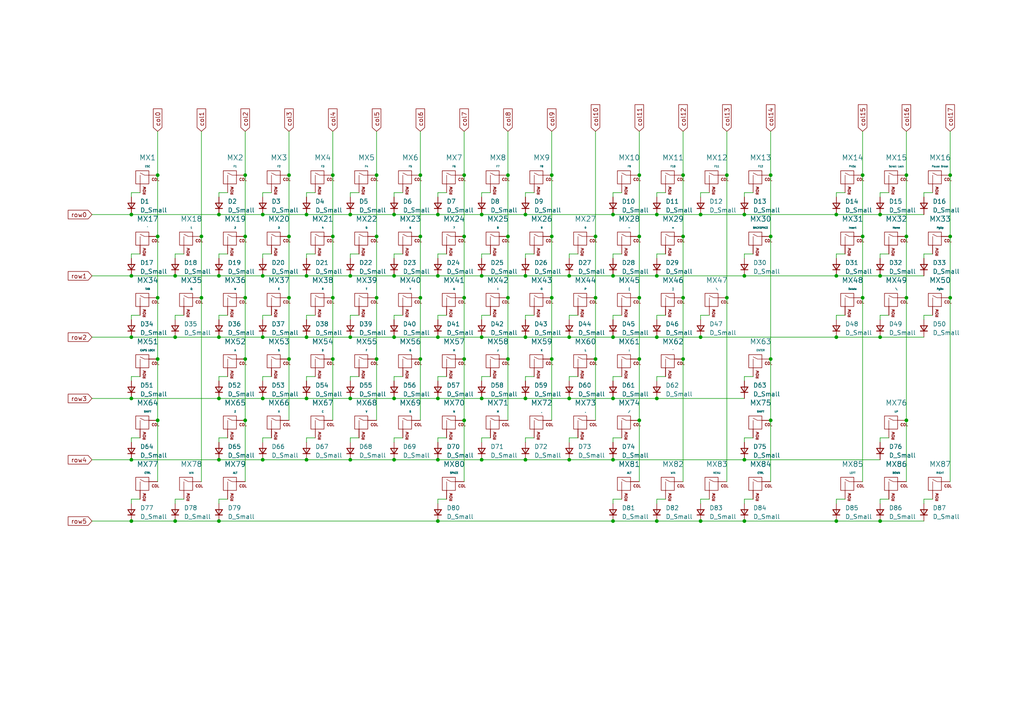
<source format=kicad_sch>
(kicad_sch (version 20250114) (generator "eeschema") (generator_version "9.0")
  (paper "A4")
  (junction (at 50.8 97.79))
  (junction (at 190.5 97.79))
  (junction (at 262.89 68.58))
  (junction (at 58.42 86.36))
  (junction (at 71.12 121.92))
  (junction (at 114.3 115.57))
  (junction (at 76.2 133.35))
  (junction (at 242.57 97.79))
  (junction (at 96.52 50.8))
  (junction (at 71.12 104.14))
  (junction (at 147.32 50.8))
  (junction (at 147.32 104.14))
  (junction (at 63.5 97.79))
  (junction (at 215.9 151.13))
  (junction (at 109.22 50.8))
  (junction (at 96.52 104.14))
  (junction (at 83.82 86.36))
  (junction (at 165.1 97.79))
  (junction (at 262.89 86.36))
  (junction (at 50.8 80.01))
  (junction (at 262.89 50.8))
  (junction (at 63.5 62.23))
  (junction (at 88.9 115.57))
  (junction (at 114.3 62.23))
  (junction (at 152.4 133.35))
  (junction (at 177.8 151.13))
  (junction (at 275.59 86.36))
  (junction (at 83.82 68.58))
  (junction (at 139.7 97.79))
  (junction (at 76.2 80.01))
  (junction (at 114.3 133.35))
  (junction (at 127 115.57))
  (junction (at 109.22 86.36))
  (junction (at 190.5 115.57))
  (junction (at 139.7 133.35))
  (junction (at 177.8 80.01))
  (junction (at 160.02 50.8))
  (junction (at 177.8 133.35))
  (junction (at 121.92 104.14))
  (junction (at 172.72 68.58))
  (junction (at 165.1 115.57))
  (junction (at 63.5 151.13))
  (junction (at 139.7 80.01))
  (junction (at 210.82 50.8))
  (junction (at 177.8 115.57))
  (junction (at 101.6 62.23))
  (junction (at 152.4 80.01))
  (junction (at 160.02 68.58))
  (junction (at 203.2 97.79))
  (junction (at 139.7 115.57))
  (junction (at 165.1 133.35))
  (junction (at 71.12 86.36))
  (junction (at 121.92 86.36))
  (junction (at 172.72 86.36))
  (junction (at 190.5 151.13))
  (junction (at 58.42 68.58))
  (junction (at 101.6 133.35))
  (junction (at 223.52 68.58))
  (junction (at 152.4 115.57))
  (junction (at 223.52 104.14))
  (junction (at 152.4 62.23))
  (junction (at 185.42 104.14))
  (junction (at 198.12 68.58))
  (junction (at 223.52 50.8))
  (junction (at 38.1 62.23))
  (junction (at 83.82 50.8))
  (junction (at 101.6 97.79))
  (junction (at 255.27 62.23))
  (junction (at 38.1 97.79))
  (junction (at 71.12 68.58))
  (junction (at 101.6 115.57))
  (junction (at 127 151.13))
  (junction (at 255.27 97.79))
  (junction (at 88.9 133.35))
  (junction (at 203.2 62.23))
  (junction (at 127 80.01))
  (junction (at 109.22 104.14))
  (junction (at 121.92 68.58))
  (junction (at 127 62.23))
  (junction (at 215.9 133.35))
  (junction (at 147.32 68.58))
  (junction (at 242.57 80.01))
  (junction (at 134.62 50.8))
  (junction (at 101.6 80.01))
  (junction (at 76.2 97.79))
  (junction (at 190.5 80.01))
  (junction (at 242.57 62.23))
  (junction (at 63.5 80.01))
  (junction (at 177.8 97.79))
  (junction (at 76.2 62.23))
  (junction (at 71.12 50.8))
  (junction (at 255.27 151.13))
  (junction (at 127 97.79))
  (junction (at 45.72 104.14))
  (junction (at 88.9 62.23))
  (junction (at 223.52 121.92))
  (junction (at 114.3 80.01))
  (junction (at 88.9 80.01))
  (junction (at 275.59 68.58))
  (junction (at 38.1 115.57))
  (junction (at 250.19 86.36))
  (junction (at 134.62 104.14))
  (junction (at 50.8 151.13))
  (junction (at 45.72 121.92))
  (junction (at 63.5 133.35))
  (junction (at 160.02 104.14))
  (junction (at 139.7 62.23))
  (junction (at 83.82 104.14))
  (junction (at 185.42 68.58))
  (junction (at 242.57 151.13))
  (junction (at 96.52 86.36))
  (junction (at 198.12 50.8))
  (junction (at 250.19 68.58))
  (junction (at 45.72 86.36))
  (junction (at 165.1 80.01))
  (junction (at 198.12 86.36))
  (junction (at 45.72 50.8))
  (junction (at 134.62 86.36))
  (junction (at 190.5 62.23))
  (junction (at 38.1 80.01))
  (junction (at 109.22 68.58))
  (junction (at 63.5 115.57))
  (junction (at 121.92 50.8))
  (junction (at 210.82 86.36))
  (junction (at 215.9 62.23))
  (junction (at 275.59 50.8))
  (junction (at 198.12 104.14))
  (junction (at 185.42 50.8))
  (junction (at 160.02 86.36))
  (junction (at 177.8 62.23))
  (junction (at 255.27 80.01))
  (junction (at 76.2 115.57))
  (junction (at 250.19 50.8))
  (junction (at 134.62 68.58))
  (junction (at 127 133.35))
  (junction (at 185.42 121.92))
  (junction (at 185.42 86.36))
  (junction (at 262.89 121.92))
  (junction (at 38.1 151.13))
  (junction (at 147.32 86.36))
  (junction (at 45.72 68.58))
  (junction (at 38.1 133.35))
  (junction (at 215.9 80.01))
  (junction (at 114.3 97.79))
  (junction (at 172.72 104.14))
  (junction (at 134.62 121.92))
  (junction (at 88.9 97.79))
  (junction (at 152.4 97.79))
  (junction (at 96.52 68.58))
  (junction (at 203.2 151.13))
  (wire (pts (xy 88.9 115.57) (xy 101.6 115.57)))
  (wire (pts (xy 139.7 73.66) (xy 142.24 73.66)))
  (wire (pts (xy 38.1 127) (xy 40.64 127)))
  (wire (pts (xy 45.72 68.58) (xy 45.72 86.36)))
  (wire (pts (xy 121.92 104.14) (xy 121.92 121.92)))
  (wire (pts (xy 83.82 86.36) (xy 83.82 104.14)))
  (wire (pts (xy 76.2 74.93) (xy 76.2 73.66)))
  (wire (pts (xy 26.67 97.79) (xy 38.1 97.79)))
  (wire (pts (xy 165.1 74.93) (xy 165.1 73.66)))
  (wire (pts (xy 223.52 50.8) (xy 223.52 68.58)))
  (wire (pts (xy 139.7 91.44) (xy 142.24 91.44)))
  (wire (pts (xy 139.7 127) (xy 142.24 127)))
  (wire (pts (xy 250.19 68.58) (xy 250.19 86.36)))
  (wire (pts (xy 203.2 92.71) (xy 203.2 91.44)))
  (wire (pts (xy 242.57 144.78) (xy 245.11 144.78)))
  (wire (pts (xy 101.6 55.88) (xy 104.14 55.88)))
  (wire (pts (xy 255.27 127) (xy 257.81 127)))
  (wire (pts (xy 101.6 92.71) (xy 101.6 91.44)))
  (wire (pts (xy 152.4 62.23) (xy 177.8 62.23)))
  (wire (pts (xy 242.57 73.66) (xy 245.11 73.66)))
  (wire (pts (xy 203.2 55.88) (xy 205.74 55.88)))
  (wire (pts (xy 127 92.71) (xy 127 91.44)))
  (wire (pts (xy 165.1 115.57) (xy 177.8 115.57)))
  (wire (pts (xy 96.52 50.8) (xy 96.52 68.58)))
  (wire (pts (xy 63.5 91.44) (xy 66.04 91.44)))
  (wire (pts (xy 267.97 146.05) (xy 267.97 144.78)))
  (wire (pts (xy 127 91.44) (xy 129.54 91.44)))
  (wire (pts (xy 134.62 104.14) (xy 134.62 121.92)))
  (wire (pts (xy 127 62.23) (xy 139.7 62.23)))
  (wire (pts (xy 267.97 55.88) (xy 270.51 55.88)))
  (wire (pts (xy 127 128.27) (xy 127 127)))
  (wire (pts (xy 165.1 92.71) (xy 165.1 91.44)))
  (wire (pts (xy 215.9 144.78) (xy 218.44 144.78)))
  (wire (pts (xy 215.9 62.23) (xy 242.57 62.23)))
  (wire (pts (xy 172.72 68.58) (xy 172.72 86.36)))
  (wire (pts (xy 262.89 121.92) (xy 262.89 139.7)))
  (wire (pts (xy 83.82 38.1) (xy 83.82 50.8)))
  (wire (pts (xy 45.72 38.1) (xy 45.72 50.8)))
  (wire (pts (xy 203.2 57.15) (xy 203.2 55.88)))
  (wire (pts (xy 45.72 121.92) (xy 45.72 139.7)))
  (wire (pts (xy 101.6 128.27) (xy 101.6 127)))
  (wire (pts (xy 203.2 151.13) (xy 215.9 151.13)))
  (wire (pts (xy 203.2 62.23) (xy 215.9 62.23)))
  (wire (pts (xy 71.12 38.1) (xy 71.12 50.8)))
  (wire (pts (xy 139.7 97.79) (xy 152.4 97.79)))
  (wire (pts (xy 190.5 62.23) (xy 203.2 62.23)))
  (wire (pts (xy 152.4 57.15) (xy 152.4 55.88)))
  (wire (pts (xy 255.27 80.01) (xy 267.97 80.01)))
  (wire (pts (xy 76.2 115.57) (xy 88.9 115.57)))
  (wire (pts (xy 101.6 62.23) (xy 114.3 62.23)))
  (wire (pts (xy 63.5 92.71) (xy 63.5 91.44)))
  (wire (pts (xy 38.1 115.57) (xy 63.5 115.57)))
  (wire (pts (xy 76.2 55.88) (xy 78.74 55.88)))
  (wire (pts (xy 63.5 110.49) (xy 63.5 109.22)))
  (wire (pts (xy 50.8 144.78) (xy 53.34 144.78)))
  (wire (pts (xy 38.1 128.27) (xy 38.1 127)))
  (wire (pts (xy 177.8 151.13) (xy 190.5 151.13)))
  (wire (pts (xy 177.8 55.88) (xy 180.34 55.88)))
  (wire (pts (xy 101.6 127) (xy 104.14 127)))
  (wire (pts (xy 215.9 55.88) (xy 218.44 55.88)))
  (wire (pts (xy 147.32 86.36) (xy 147.32 104.14)))
  (wire (pts (xy 114.3 115.57) (xy 127 115.57)))
  (wire (pts (xy 127 97.79) (xy 139.7 97.79)))
  (wire (pts (xy 139.7 128.27) (xy 139.7 127)))
  (wire (pts (xy 88.9 128.27) (xy 88.9 127)))
  (wire (pts (xy 255.27 151.13) (xy 267.97 151.13)))
  (wire (pts (xy 134.62 38.1) (xy 134.62 50.8)))
  (wire (pts (xy 215.9 109.22) (xy 218.44 109.22)))
  (wire (pts (xy 26.67 80.01) (xy 38.1 80.01)))
  (wire (pts (xy 114.3 80.01) (xy 127 80.01)))
  (wire (pts (xy 190.5 80.01) (xy 215.9 80.01)))
  (wire (pts (xy 190.5 151.13) (xy 203.2 151.13)))
  (wire (pts (xy 127 151.13) (xy 177.8 151.13)))
  (wire (pts (xy 38.1 144.78) (xy 40.64 144.78)))
  (wire (pts (xy 71.12 50.8) (xy 71.12 68.58)))
  (wire (pts (xy 242.57 97.79) (xy 255.27 97.79)))
  (wire (pts (xy 88.9 91.44) (xy 91.44 91.44)))
  (wire (pts (xy 223.52 68.58) (xy 223.52 104.14)))
  (wire (pts (xy 101.6 91.44) (xy 104.14 91.44)))
  (wire (pts (xy 267.97 74.93) (xy 267.97 73.66)))
  (wire (pts (xy 83.82 104.14) (xy 83.82 121.92)))
  (wire (pts (xy 63.5 133.35) (xy 76.2 133.35)))
  (wire (pts (xy 139.7 133.35) (xy 152.4 133.35)))
  (wire (pts (xy 63.5 73.66) (xy 66.04 73.66)))
  (wire (pts (xy 26.67 115.57) (xy 38.1 115.57)))
  (wire (pts (xy 38.1 80.01) (xy 50.8 80.01)))
  (wire (pts (xy 38.1 133.35) (xy 63.5 133.35)))
  (wire (pts (xy 203.2 144.78) (xy 205.74 144.78)))
  (wire (pts (xy 267.97 144.78) (xy 270.51 144.78)))
  (wire (pts (xy 76.2 133.35) (xy 88.9 133.35)))
  (wire (pts (xy 215.9 133.35) (xy 255.27 133.35)))
  (wire (pts (xy 38.1 97.79) (xy 50.8 97.79)))
  (wire (pts (xy 177.8 92.71) (xy 177.8 91.44)))
  (wire (pts (xy 160.02 86.36) (xy 160.02 104.14)))
  (wire (pts (xy 177.8 57.15) (xy 177.8 55.88)))
  (wire (pts (xy 165.1 80.01) (xy 177.8 80.01)))
  (wire (pts (xy 134.62 121.92) (xy 134.62 139.7)))
  (wire (pts (xy 114.3 109.22) (xy 116.84 109.22)))
  (wire (pts (xy 147.32 104.14) (xy 147.32 121.92)))
  (wire (pts (xy 152.4 92.71) (xy 152.4 91.44)))
  (wire (pts (xy 147.32 50.8) (xy 147.32 68.58)))
  (wire (pts (xy 114.3 74.93) (xy 114.3 73.66)))
  (wire (pts (xy 190.5 55.88) (xy 193.04 55.88)))
  (wire (pts (xy 50.8 74.93) (xy 50.8 73.66)))
  (wire (pts (xy 165.1 97.79) (xy 177.8 97.79)))
  (wire (pts (xy 38.1 73.66) (xy 40.64 73.66)))
  (wire (pts (xy 114.3 127) (xy 116.84 127)))
  (wire (pts (xy 63.5 144.78) (xy 66.04 144.78)))
  (wire (pts (xy 267.97 92.71) (xy 267.97 91.44)))
  (wire (pts (xy 58.42 86.36) (xy 58.42 139.7)))
  (wire (pts (xy 45.72 104.14) (xy 45.72 121.92)))
  (wire (pts (xy 114.3 73.66) (xy 116.84 73.66)))
  (wire (pts (xy 185.42 50.8) (xy 185.42 68.58)))
  (wire (pts (xy 250.19 50.8) (xy 250.19 68.58)))
  (wire (pts (xy 185.42 86.36) (xy 185.42 104.14)))
  (wire (pts (xy 109.22 50.8) (xy 109.22 68.58)))
  (wire (pts (xy 215.9 73.66) (xy 218.44 73.66)))
  (wire (pts (xy 58.42 38.1) (xy 58.42 68.58)))
  (wire (pts (xy 101.6 97.79) (xy 114.3 97.79)))
  (wire (pts (xy 210.82 38.1) (xy 210.82 50.8)))
  (wire (pts (xy 38.1 109.22) (xy 40.64 109.22)))
  (wire (pts (xy 114.3 57.15) (xy 114.3 55.88)))
  (wire (pts (xy 165.1 110.49) (xy 165.1 109.22)))
  (wire (pts (xy 262.89 38.1) (xy 262.89 50.8)))
  (wire (pts (xy 242.57 146.05) (xy 242.57 144.78)))
  (wire (pts (xy 152.4 80.01) (xy 165.1 80.01)))
  (wire (pts (xy 165.1 109.22) (xy 167.64 109.22)))
  (wire (pts (xy 76.2 109.22) (xy 78.74 109.22)))
  (wire (pts (xy 50.8 91.44) (xy 53.34 91.44)))
  (wire (pts (xy 152.4 97.79) (xy 165.1 97.79)))
  (wire (pts (xy 88.9 73.66) (xy 91.44 73.66)))
  (wire (pts (xy 190.5 115.57) (xy 215.9 115.57)))
  (wire (pts (xy 215.9 57.15) (xy 215.9 55.88)))
  (wire (pts (xy 121.92 68.58) (xy 121.92 86.36)))
  (wire (pts (xy 275.59 38.1) (xy 275.59 50.8)))
  (wire (pts (xy 88.9 57.15) (xy 88.9 55.88)))
  (wire (pts (xy 255.27 146.05) (xy 255.27 144.78)))
  (wire (pts (xy 76.2 73.66) (xy 78.74 73.66)))
  (wire (pts (xy 242.57 62.23) (xy 255.27 62.23)))
  (wire (pts (xy 190.5 91.44) (xy 193.04 91.44)))
  (wire (pts (xy 38.1 91.44) (xy 40.64 91.44)))
  (wire (pts (xy 121.92 50.8) (xy 121.92 68.58)))
  (wire (pts (xy 101.6 57.15) (xy 101.6 55.88)))
  (wire (pts (xy 185.42 38.1) (xy 185.42 50.8)))
  (wire (pts (xy 172.72 86.36) (xy 172.72 104.14)))
  (wire (pts (xy 127 127) (xy 129.54 127)))
  (wire (pts (xy 63.5 151.13) (xy 127 151.13)))
  (wire (pts (xy 38.1 57.15) (xy 38.1 55.88)))
  (wire (pts (xy 185.42 121.92) (xy 185.42 139.7)))
  (wire (pts (xy 210.82 86.36) (xy 210.82 139.7)))
  (wire (pts (xy 83.82 68.58) (xy 83.82 86.36)))
  (wire (pts (xy 255.27 91.44) (xy 257.81 91.44)))
  (wire (pts (xy 152.4 128.27) (xy 152.4 127)))
  (wire (pts (xy 177.8 91.44) (xy 180.34 91.44)))
  (wire (pts (xy 88.9 127) (xy 91.44 127)))
  (wire (pts (xy 88.9 55.88) (xy 91.44 55.88)))
  (wire (pts (xy 96.52 68.58) (xy 96.52 86.36)))
  (wire (pts (xy 63.5 97.79) (xy 76.2 97.79)))
  (wire (pts (xy 203.2 146.05) (xy 203.2 144.78)))
  (wire (pts (xy 185.42 68.58) (xy 185.42 86.36)))
  (wire (pts (xy 38.1 74.93) (xy 38.1 73.66)))
  (wire (pts (xy 267.97 57.15) (xy 267.97 55.88)))
  (wire (pts (xy 134.62 68.58) (xy 134.62 86.36)))
  (wire (pts (xy 114.3 128.27) (xy 114.3 127)))
  (wire (pts (xy 45.72 86.36) (xy 45.72 104.14)))
  (wire (pts (xy 139.7 80.01) (xy 152.4 80.01)))
  (wire (pts (xy 114.3 62.23) (xy 127 62.23)))
  (wire (pts (xy 45.72 50.8) (xy 45.72 68.58)))
  (wire (pts (xy 101.6 74.93) (xy 101.6 73.66)))
  (wire (pts (xy 177.8 74.93) (xy 177.8 73.66)))
  (wire (pts (xy 242.57 74.93) (xy 242.57 73.66)))
  (wire (pts (xy 152.4 109.22) (xy 154.94 109.22)))
  (wire (pts (xy 210.82 50.8) (xy 210.82 86.36)))
  (wire (pts (xy 215.9 151.13) (xy 242.57 151.13)))
  (wire (pts (xy 190.5 97.79) (xy 203.2 97.79)))
  (wire (pts (xy 127 109.22) (xy 129.54 109.22)))
  (wire (pts (xy 71.12 68.58) (xy 71.12 86.36)))
  (wire (pts (xy 76.2 97.79) (xy 88.9 97.79)))
  (wire (pts (xy 139.7 62.23) (xy 152.4 62.23)))
  (wire (pts (xy 262.89 86.36) (xy 262.89 121.92)))
  (wire (pts (xy 127 146.05) (xy 127 144.78)))
  (wire (pts (xy 38.1 110.49) (xy 38.1 109.22)))
  (wire (pts (xy 223.52 121.92) (xy 223.52 139.7)))
  (wire (pts (xy 177.8 144.78) (xy 180.34 144.78)))
  (wire (pts (xy 88.9 110.49) (xy 88.9 109.22)))
  (wire (pts (xy 215.9 110.49) (xy 215.9 109.22)))
  (wire (pts (xy 101.6 109.22) (xy 104.14 109.22)))
  (wire (pts (xy 198.12 38.1) (xy 198.12 50.8)))
  (wire (pts (xy 127 110.49) (xy 127 109.22)))
  (wire (pts (xy 101.6 133.35) (xy 114.3 133.35)))
  (wire (pts (xy 63.5 62.23) (xy 76.2 62.23)))
  (wire (pts (xy 255.27 73.66) (xy 257.81 73.66)))
  (wire (pts (xy 50.8 151.13) (xy 63.5 151.13)))
  (wire (pts (xy 26.67 133.35) (xy 38.1 133.35)))
  (wire (pts (xy 177.8 97.79) (xy 190.5 97.79)))
  (wire (pts (xy 267.97 73.66) (xy 270.51 73.66)))
  (wire (pts (xy 152.4 73.66) (xy 154.94 73.66)))
  (wire (pts (xy 255.27 62.23) (xy 267.97 62.23)))
  (wire (pts (xy 165.1 91.44) (xy 167.64 91.44)))
  (wire (pts (xy 147.32 38.1) (xy 147.32 50.8)))
  (wire (pts (xy 242.57 92.71) (xy 242.57 91.44)))
  (wire (pts (xy 127 133.35) (xy 139.7 133.35)))
  (wire (pts (xy 147.32 68.58) (xy 147.32 86.36)))
  (wire (pts (xy 76.2 80.01) (xy 88.9 80.01)))
  (wire (pts (xy 223.52 104.14) (xy 223.52 121.92)))
  (wire (pts (xy 127 144.78) (xy 129.54 144.78)))
  (wire (pts (xy 109.22 68.58) (xy 109.22 86.36)))
  (wire (pts (xy 215.9 74.93) (xy 215.9 73.66)))
  (wire (pts (xy 88.9 92.71) (xy 88.9 91.44)))
  (wire (pts (xy 242.57 91.44) (xy 245.11 91.44)))
  (wire (pts (xy 63.5 115.57) (xy 76.2 115.57)))
  (wire (pts (xy 250.19 86.36) (xy 250.19 139.7)))
  (wire (pts (xy 101.6 73.66) (xy 104.14 73.66)))
  (wire (pts (xy 63.5 146.05) (xy 63.5 144.78)))
  (wire (pts (xy 165.1 128.27) (xy 165.1 127)))
  (wire (pts (xy 63.5 109.22) (xy 66.04 109.22)))
  (wire (pts (xy 190.5 144.78) (xy 193.04 144.78)))
  (wire (pts (xy 177.8 146.05) (xy 177.8 144.78)))
  (wire (pts (xy 63.5 55.88) (xy 66.04 55.88)))
  (wire (pts (xy 190.5 109.22) (xy 193.04 109.22)))
  (wire (pts (xy 50.8 92.71) (xy 50.8 91.44)))
  (wire (pts (xy 152.4 74.93) (xy 152.4 73.66)))
  (wire (pts (xy 139.7 92.71) (xy 139.7 91.44)))
  (wire (pts (xy 190.5 74.93) (xy 190.5 73.66)))
  (wire (pts (xy 114.3 55.88) (xy 116.84 55.88)))
  (wire (pts (xy 88.9 109.22) (xy 91.44 109.22)))
  (wire (pts (xy 71.12 104.14) (xy 71.12 121.92)))
  (wire (pts (xy 139.7 109.22) (xy 142.24 109.22)))
  (wire (pts (xy 121.92 86.36) (xy 121.92 104.14)))
  (wire (pts (xy 198.12 104.14) (xy 198.12 139.7)))
  (wire (pts (xy 139.7 55.88) (xy 142.24 55.88)))
  (wire (pts (xy 215.9 146.05) (xy 215.9 144.78)))
  (wire (pts (xy 50.8 73.66) (xy 53.34 73.66)))
  (wire (pts (xy 76.2 127) (xy 78.74 127)))
  (wire (pts (xy 215.9 80.01) (xy 242.57 80.01)))
  (wire (pts (xy 88.9 80.01) (xy 101.6 80.01)))
  (wire (pts (xy 255.27 57.15) (xy 255.27 55.88)))
  (wire (pts (xy 96.52 38.1) (xy 96.52 50.8)))
  (wire (pts (xy 76.2 110.49) (xy 76.2 109.22)))
  (wire (pts (xy 152.4 115.57) (xy 165.1 115.57)))
  (wire (pts (xy 160.02 38.1) (xy 160.02 50.8)))
  (wire (pts (xy 109.22 86.36) (xy 109.22 104.14)))
  (wire (pts (xy 88.9 74.93) (xy 88.9 73.66)))
  (wire (pts (xy 262.89 68.58) (xy 262.89 86.36)))
  (wire (pts (xy 63.5 128.27) (xy 63.5 127)))
  (wire (pts (xy 172.72 38.1) (xy 172.72 68.58)))
  (wire (pts (xy 63.5 127) (xy 66.04 127)))
  (wire (pts (xy 255.27 92.71) (xy 255.27 91.44)))
  (wire (pts (xy 127 73.66) (xy 129.54 73.66)))
  (wire (pts (xy 177.8 62.23) (xy 190.5 62.23)))
  (wire (pts (xy 127 55.88) (xy 129.54 55.88)))
  (wire (pts (xy 71.12 86.36) (xy 71.12 104.14)))
  (wire (pts (xy 76.2 62.23) (xy 88.9 62.23)))
  (wire (pts (xy 101.6 110.49) (xy 101.6 109.22)))
  (wire (pts (xy 250.19 38.1) (xy 250.19 50.8)))
  (wire (pts (xy 101.6 115.57) (xy 114.3 115.57)))
  (wire (pts (xy 242.57 80.01) (xy 255.27 80.01)))
  (wire (pts (xy 267.97 91.44) (xy 270.51 91.44)))
  (wire (pts (xy 38.1 151.13) (xy 50.8 151.13)))
  (wire (pts (xy 114.3 133.35) (xy 127 133.35)))
  (wire (pts (xy 50.8 97.79) (xy 63.5 97.79)))
  (wire (pts (xy 275.59 50.8) (xy 275.59 68.58)))
  (wire (pts (xy 198.12 86.36) (xy 198.12 104.14)))
  (wire (pts (xy 177.8 80.01) (xy 190.5 80.01)))
  (wire (pts (xy 177.8 115.57) (xy 190.5 115.57)))
  (wire (pts (xy 190.5 110.49) (xy 190.5 109.22)))
  (wire (pts (xy 275.59 68.58) (xy 275.59 86.36)))
  (wire (pts (xy 88.9 62.23) (xy 101.6 62.23)))
  (wire (pts (xy 177.8 73.66) (xy 180.34 73.66)))
  (wire (pts (xy 26.67 151.13) (xy 38.1 151.13)))
  (wire (pts (xy 152.4 127) (xy 154.94 127)))
  (wire (pts (xy 127 74.93) (xy 127 73.66)))
  (wire (pts (xy 172.72 104.14) (xy 172.72 121.92)))
  (wire (pts (xy 255.27 55.88) (xy 257.81 55.88)))
  (wire (pts (xy 50.8 80.01) (xy 63.5 80.01)))
  (wire (pts (xy 76.2 92.71) (xy 76.2 91.44)))
  (wire (pts (xy 76.2 57.15) (xy 76.2 55.88)))
  (wire (pts (xy 139.7 110.49) (xy 139.7 109.22)))
  (wire (pts (xy 190.5 73.66) (xy 193.04 73.66)))
  (wire (pts (xy 190.5 146.05) (xy 190.5 144.78)))
  (wire (pts (xy 109.22 104.14) (xy 109.22 121.92)))
  (wire (pts (xy 190.5 57.15) (xy 190.5 55.88)))
  (wire (pts (xy 242.57 151.13) (xy 255.27 151.13)))
  (wire (pts (xy 134.62 86.36) (xy 134.62 104.14)))
  (wire (pts (xy 50.8 146.05) (xy 50.8 144.78)))
  (wire (pts (xy 255.27 97.79) (xy 267.97 97.79)))
  (wire (pts (xy 190.5 92.71) (xy 190.5 91.44)))
  (wire (pts (xy 177.8 128.27) (xy 177.8 127)))
  (wire (pts (xy 165.1 127) (xy 167.64 127)))
  (wire (pts (xy 255.27 128.27) (xy 255.27 127)))
  (wire (pts (xy 160.02 50.8) (xy 160.02 68.58)))
  (wire (pts (xy 63.5 57.15) (xy 63.5 55.88)))
  (wire (pts (xy 134.62 50.8) (xy 134.62 68.58)))
  (wire (pts (xy 152.4 91.44) (xy 154.94 91.44)))
  (wire (pts (xy 242.57 57.15) (xy 242.57 55.88)))
  (wire (pts (xy 198.12 50.8) (xy 198.12 68.58)))
  (wire (pts (xy 127 80.01) (xy 139.7 80.01)))
  (wire (pts (xy 38.1 55.88) (xy 40.64 55.88)))
  (wire (pts (xy 215.9 127) (xy 218.44 127)))
  (wire (pts (xy 101.6 80.01) (xy 114.3 80.01)))
  (wire (pts (xy 76.2 128.27) (xy 76.2 127)))
  (wire (pts (xy 139.7 74.93) (xy 139.7 73.66)))
  (wire (pts (xy 262.89 50.8) (xy 262.89 68.58)))
  (wire (pts (xy 203.2 91.44) (xy 205.74 91.44)))
  (wire (pts (xy 255.27 144.78) (xy 257.81 144.78)))
  (wire (pts (xy 152.4 55.88) (xy 154.94 55.88)))
  (wire (pts (xy 215.9 128.27) (xy 215.9 127)))
  (wire (pts (xy 76.2 91.44) (xy 78.74 91.44)))
  (wire (pts (xy 71.12 121.92) (xy 71.12 139.7)))
  (wire (pts (xy 38.1 92.71) (xy 38.1 91.44)))
  (wire (pts (xy 96.52 86.36) (xy 96.52 104.14)))
  (wire (pts (xy 203.2 97.79) (xy 242.57 97.79)))
  (wire (pts (xy 160.02 104.14) (xy 160.02 121.92)))
  (wire (pts (xy 198.12 68.58) (xy 198.12 86.36)))
  (wire (pts (xy 160.02 68.58) (xy 160.02 86.36)))
  (wire (pts (xy 26.67 62.23) (xy 38.1 62.23)))
  (wire (pts (xy 63.5 80.01) (xy 76.2 80.01)))
  (wire (pts (xy 114.3 92.71) (xy 114.3 91.44)))
  (wire (pts (xy 121.92 38.1) (xy 121.92 50.8)))
  (wire (pts (xy 83.82 50.8) (xy 83.82 68.58)))
  (wire (pts (xy 255.27 74.93) (xy 255.27 73.66)))
  (wire (pts (xy 38.1 146.05) (xy 38.1 144.78)))
  (wire (pts (xy 275.59 86.36) (xy 275.59 139.7)))
  (wire (pts (xy 114.3 91.44) (xy 116.84 91.44)))
  (wire (pts (xy 114.3 97.79) (xy 127 97.79)))
  (wire (pts (xy 242.57 55.88) (xy 245.11 55.88)))
  (wire (pts (xy 185.42 104.14) (xy 185.42 121.92)))
  (wire (pts (xy 165.1 73.66) (xy 167.64 73.66)))
  (wire (pts (xy 165.1 133.35) (xy 177.8 133.35)))
  (wire (pts (xy 88.9 133.35) (xy 101.6 133.35)))
  (wire (pts (xy 152.4 110.49) (xy 152.4 109.22)))
  (wire (pts (xy 223.52 38.1) (xy 223.52 50.8)))
  (wire (pts (xy 152.4 133.35) (xy 165.1 133.35)))
  (wire (pts (xy 96.52 104.14) (xy 96.52 121.92)))
  (wire (pts (xy 114.3 110.49) (xy 114.3 109.22)))
  (wire (pts (xy 177.8 127) (xy 180.34 127)))
  (wire (pts (xy 58.42 68.58) (xy 58.42 86.36)))
  (wire (pts (xy 127 57.15) (xy 127 55.88)))
  (wire (pts (xy 63.5 74.93) (xy 63.5 73.66)))
  (wire (pts (xy 88.9 97.79) (xy 101.6 97.79)))
  (wire (pts (xy 177.8 109.22) (xy 180.34 109.22)))
  (wire (pts (xy 109.22 38.1) (xy 109.22 50.8)))
  (wire (pts (xy 38.1 62.23) (xy 63.5 62.23)))
  (wire (pts (xy 139.7 57.15) (xy 139.7 55.88)))
  (wire (pts (xy 177.8 133.35) (xy 215.9 133.35)))
  (wire (pts (xy 139.7 115.57) (xy 152.4 115.57)))
  (wire (pts (xy 127 115.57) (xy 139.7 115.57)))
  (wire (pts (xy 177.8 110.49) (xy 177.8 109.22)))
  (global_label "col14" (shape input) (at 223.52 38.1 90) (property "Intersheetrefs" "${INTERSHEET_REFS}" (effects (hide yes))))
  (global_label "col16" (shape input) (at 262.89 38.1 90) (property "Intersheetrefs" "${INTERSHEET_REFS}" (effects (hide yes))))
  (global_label "col1" (shape input) (at 58.42 38.1 90) (property "Intersheetrefs" "${INTERSHEET_REFS}" (effects (hide yes))))
  (global_label "col6" (shape input) (at 121.92 38.1 90) (property "Intersheetrefs" "${INTERSHEET_REFS}" (effects (hide yes))))
  (global_label "col15" (shape input) (at 250.19 38.1 90) (property "Intersheetrefs" "${INTERSHEET_REFS}" (effects (hide yes))))
  (global_label "row1" (shape input) (at 26.67 80.01 180) (property "Intersheetrefs" "${INTERSHEET_REFS}" (effects (hide yes))))
  (global_label "col13" (shape input) (at 210.82 38.1 90) (property "Intersheetrefs" "${INTERSHEET_REFS}" (effects (hide yes))))
  (global_label "col0" (shape input) (at 45.72 38.1 90) (property "Intersheetrefs" "${INTERSHEET_REFS}" (effects (hide yes))))
  (global_label "row5" (shape input) (at 26.67 151.13 180) (property "Intersheetrefs" "${INTERSHEET_REFS}" (effects (hide yes))))
  (global_label "col8" (shape input) (at 147.32 38.1 90) (property "Intersheetrefs" "${INTERSHEET_REFS}" (effects (hide yes))))
  (global_label "col12" (shape input) (at 198.12 38.1 90) (property "Intersheetrefs" "${INTERSHEET_REFS}" (effects (hide yes))))
  (global_label "col11" (shape input) (at 185.42 38.1 90) (property "Intersheetrefs" "${INTERSHEET_REFS}" (effects (hide yes))))
  (global_label "row0" (shape input) (at 26.67 62.23 180) (property "Intersheetrefs" "${INTERSHEET_REFS}" (effects (hide yes))))
  (global_label "col10" (shape input) (at 172.72 38.1 90) (property "Intersheetrefs" "${INTERSHEET_REFS}" (effects (hide yes))))
  (global_label "col5" (shape input) (at 109.22 38.1 90) (property "Intersheetrefs" "${INTERSHEET_REFS}" (effects (hide yes))))
  (global_label "row2" (shape input) (at 26.67 97.79 180) (property "Intersheetrefs" "${INTERSHEET_REFS}" (effects (hide yes))))
  (global_label "row4" (shape input) (at 26.67 133.35 180) (property "Intersheetrefs" "${INTERSHEET_REFS}" (effects (hide yes))))
  (global_label "col9" (shape input) (at 160.02 38.1 90) (property "Intersheetrefs" "${INTERSHEET_REFS}" (effects (hide yes))))
  (global_label "col17" (shape input) (at 275.59 38.1 90) (property "Intersheetrefs" "${INTERSHEET_REFS}" (effects (hide yes))))
  (global_label "col4" (shape input) (at 96.52 38.1 90) (property "Intersheetrefs" "${INTERSHEET_REFS}" (effects (hide yes))))
  (global_label "col3" (shape input) (at 83.82 38.1 90) (property "Intersheetrefs" "${INTERSHEET_REFS}" (effects (hide yes))))
  (global_label "col7" (shape input) (at 134.62 38.1 90) (property "Intersheetrefs" "${INTERSHEET_REFS}" (effects (hide yes))))
  (global_label "row3" (shape input) (at 26.67 115.57 180) (property "Intersheetrefs" "${INTERSHEET_REFS}" (effects (hide yes))))
  (global_label "col2" (shape input) (at 71.12 38.1 90) (property "Intersheetrefs" "${INTERSHEET_REFS}" (effects (hide yes))))
  (symbol (lib_id "Device:D_Small") (at 139.7 130.81 90) (unit 1)
    (property "Reference" "D71" (at 142.24 129.5399 90) (effects (justify right)))
    (property "Value" "D_Small" (at 142.24 132.0799 90) (effects (justify right)))
    (property "Description" "Diode, small symbol" (effects (hide yes)))
    (property "Sim.Device" "D" (effects (hide yes)))
    (property "Sim.Pins" "1=K 2=A" (effects (hide yes)))
  )
  (symbol (lib_id "MX_Alps_Hybrid:MX-NoLED") (at 194.31 69.85 0) (unit 1)
    (property "Reference" "MX29" (at 195.2052 63.5 0) (effects (font (size 1.524 1.524))))
    (property "Value" "=" (at 195.2052 66.04 0) (effects (font (size 0.508 0.508))))
  )
  (symbol (lib_id "MX_Alps_Hybrid:MX-NoLED") (at 246.38 140.97 0) (unit 1)
    (property "Reference" "MX85" (at 247.2752 134.62 0) (effects (font (size 1.524 1.524))))
    (property "Value" "LEFT" (at 247.2752 137.16 0) (effects (font (size 0.508 0.508))))
  )
  (symbol (lib_id "MX_Alps_Hybrid:MX-NoLED") (at 130.81 87.63 0) (unit 1)
    (property "Reference" "MX41" (at 131.7052 81.28 0) (effects (font (size 1.524 1.524))))
    (property "Value" "U" (at 131.7052 83.82 0) (effects (font (size 0.508 0.508))))
  )
  (symbol (lib_id "MX_Alps_Hybrid:MX-NoLED") (at 194.31 105.41 0) (unit 1)
    (property "Reference" "MX62" (at 195.2052 99.06 0) (effects (font (size 1.524 1.524))))
    (property "Value" "'" (at 195.2052 101.6 0) (effects (font (size 0.508 0.508))))
  )
  (symbol (lib_id "MX_Alps_Hybrid:MX-NoLED") (at 271.78 69.85 0) (unit 1)
    (property "Reference" "MX33" (at 272.6752 63.5 0) (effects (font (size 1.524 1.524))))
    (property "Value" "PgUp" (at 272.6752 66.04 0) (effects (font (size 0.508 0.508))))
  )
  (symbol (lib_id "Device:D_Small") (at 127 77.47 90) (unit 1)
    (property "Reference" "D24" (at 129.54 76.1999 90) (effects (justify right)))
    (property "Value" "D_Small" (at 129.54 78.7399 90) (effects (justify right)))
    (property "Description" "Diode, small symbol" (effects (hide yes)))
    (property "Sim.Device" "D" (effects (hide yes)))
    (property "Sim.Pins" "1=K 2=A" (effects (hide yes)))
  )
  (symbol (lib_id "Device:D_Small") (at 177.8 130.81 90) (unit 1)
    (property "Reference" "D74" (at 180.34 129.5399 90) (effects (justify right)))
    (property "Value" "D_Small" (at 180.34 132.0799 90) (effects (justify right)))
    (property "Description" "Diode, small symbol" (effects (hide yes)))
    (property "Sim.Device" "D" (effects (hide yes)))
    (property "Sim.Pins" "1=K 2=A" (effects (hide yes)))
  )
  (symbol (lib_id "MX_Alps_Hybrid:MX-NoLED") (at 271.78 87.63 0) (unit 1)
    (property "Reference" "MX50" (at 272.6752 81.28 0) (effects (font (size 1.524 1.524))))
    (property "Value" "PgDn" (at 272.6752 83.82 0) (effects (font (size 0.508 0.508))))
  )
  (symbol (lib_id "MX_Alps_Hybrid:MX-NoLED") (at 246.38 69.85 0) (unit 1)
    (property "Reference" "MX31" (at 247.2752 63.5 0) (effects (font (size 1.524 1.524))))
    (property "Value" "Insert" (at 247.2752 66.04 0) (effects (font (size 0.508 0.508))))
  )
  (symbol (lib_id "MX_Alps_Hybrid:MX-NoLED") (at 105.41 87.63 0) (unit 1)
    (property "Reference" "MX39" (at 106.3052 81.28 0) (effects (font (size 1.524 1.524))))
    (property "Value" "T" (at 106.3052 83.82 0) (effects (font (size 0.508 0.508))))
  )
  (symbol (lib_id "MX_Alps_Hybrid:MX-NoLED") (at 67.31 52.07 0) (unit 1)
    (property "Reference" "MX2" (at 68.2052 45.72 0) (effects (font (size 1.524 1.524))))
    (property "Value" "F1" (at 68.2052 48.26 0) (effects (font (size 0.508 0.508))))
  )
  (symbol (lib_id "Device:D_Small") (at 101.6 59.69 90) (unit 1)
    (property "Reference" "D5" (at 104.14 58.4199 90) (effects (justify right)))
    (property "Value" "D_Small" (at 104.14 60.9599 90) (effects (justify right)))
    (property "Description" "Diode, small symbol" (effects (hide yes)))
    (property "Sim.Device" "D" (effects (hide yes)))
    (property "Sim.Pins" "1=K 2=A" (effects (hide yes)))
  )
  (symbol (lib_id "Device:D_Small") (at 267.97 77.47 90) (unit 1)
    (property "Reference" "D33" (at 270.51 76.1999 90) (effects (justify right)))
    (property "Value" "D_Small" (at 270.51 78.7399 90) (effects (justify right)))
    (property "Description" "Diode, small symbol" (effects (hide yes)))
    (property "Sim.Device" "D" (effects (hide yes)))
    (property "Sim.Pins" "1=K 2=A" (effects (hide yes)))
  )
  (symbol (lib_id "Device:D_Small") (at 63.5 130.81 90) (unit 1)
    (property "Reference" "D65" (at 66.04 129.5399 90) (effects (justify right)))
    (property "Value" "D_Small" (at 66.04 132.0799 90) (effects (justify right)))
    (property "Description" "Diode, small symbol" (effects (hide yes)))
    (property "Sim.Device" "D" (effects (hide yes)))
    (property "Sim.Pins" "1=K 2=A" (effects (hide yes)))
  )
  (symbol (lib_id "Device:D_Small") (at 165.1 95.25 90) (unit 1)
    (property "Reference" "D44" (at 167.64 93.9799 90) (effects (justify right)))
    (property "Value" "D_Small" (at 167.64 96.5199 90) (effects (justify right)))
    (property "Description" "Diode, small symbol" (effects (hide yes)))
    (property "Sim.Device" "D" (effects (hide yes)))
    (property "Sim.Pins" "1=K 2=A" (effects (hide yes)))
  )
  (symbol (lib_id "MX_Alps_Hybrid:MX-NoLED") (at 259.08 123.19 0) (unit 1)
    (property "Reference" "MX76" (at 259.9752 116.84 0) (effects (font (size 1.524 1.524))))
    (property "Value" "UP" (at 259.9752 119.38 0) (effects (font (size 0.508 0.508))))
  )
  (symbol (lib_id "MX_Alps_Hybrid:MX-NoLED") (at 259.08 69.85 0) (unit 1)
    (property "Reference" "MX32" (at 259.9752 63.5 0) (effects (font (size 1.524 1.524))))
    (property "Value" "Home" (at 259.9752 66.04 0) (effects (font (size 0.508 0.508))))
  )
  (symbol (lib_id "Device:D_Small") (at 152.4 77.47 90) (unit 1)
    (property "Reference" "D26" (at 154.94 76.1999 90) (effects (justify right)))
    (property "Value" "D_Small" (at 154.94 78.7399 90) (effects (justify right)))
    (property "Description" "Diode, small symbol" (effects (hide yes)))
    (property "Sim.Device" "D" (effects (hide yes)))
    (property "Sim.Pins" "1=K 2=A" (effects (hide yes)))
  )
  (symbol (lib_id "Device:D_Small") (at 63.5 77.47 90) (unit 1)
    (property "Reference" "D19" (at 66.04 76.1999 90) (effects (justify right)))
    (property "Value" "D_Small" (at 66.04 78.7399 90) (effects (justify right)))
    (property "Description" "Diode, small symbol" (effects (hide yes)))
    (property "Sim.Device" "D" (effects (hide yes)))
    (property "Sim.Pins" "1=K 2=A" (effects (hide yes)))
  )
  (symbol (lib_id "MX_Alps_Hybrid:MX-NoLED") (at 181.61 105.41 0) (unit 1)
    (property "Reference" "MX61" (at 182.5052 99.06 0) (effects (font (size 1.524 1.524))))
    (property "Value" ";" (at 182.5052 101.6 0) (effects (font (size 0.508 0.508))))
  )
  (symbol (lib_id "Device:D_Small") (at 242.57 148.59 90) (unit 1)
    (property "Reference" "D85" (at 245.11 147.3199 90) (effects (justify right)))
    (property "Value" "D_Small" (at 245.11 149.8599 90) (effects (justify right)))
    (property "Description" "Diode, small symbol" (effects (hide yes)))
    (property "Sim.Device" "D" (effects (hide yes)))
    (property "Sim.Pins" "1=K 2=A" (effects (hide yes)))
  )
  (symbol (lib_id "MX_Alps_Hybrid:MX-NoLED") (at 246.38 87.63 0) (unit 1)
    (property "Reference" "MX48" (at 247.2752 81.28 0) (effects (font (size 1.524 1.524))))
    (property "Value" "Delete" (at 247.2752 83.82 0) (effects (font (size 0.508 0.508))))
  )
  (symbol (lib_id "Device:D_Small") (at 127 113.03 90) (unit 1)
    (property "Reference" "D57" (at 129.54 111.7599 90) (effects (justify right)))
    (property "Value" "D_Small" (at 129.54 114.2999 90) (effects (justify right)))
    (property "Description" "Diode, small symbol" (effects (hide yes)))
    (property "Sim.Device" "D" (effects (hide yes)))
    (property "Sim.Pins" "1=K 2=A" (effects (hide yes)))
  )
  (symbol (lib_id "MX_Alps_Hybrid:MX-NoLED") (at 41.91 52.07 0) (unit 1)
    (property "Reference" "MX1" (at 42.8052 45.72 0) (effects (font (size 1.524 1.524))))
    (property "Value" "ESC" (at 42.8052 48.26 0) (effects (font (size 0.508 0.508))))
  )
  (symbol (lib_id "Device:D_Small") (at 203.2 148.59 90) (unit 1)
    (property "Reference" "D83" (at 205.74 147.3199 90) (effects (justify right)))
    (property "Value" "D_Small" (at 205.74 149.8599 90) (effects (justify right)))
    (property "Description" "Diode, small symbol" (effects (hide yes)))
    (property "Sim.Device" "D" (effects (hide yes)))
    (property "Sim.Pins" "1=K 2=A" (effects (hide yes)))
  )
  (symbol (lib_id "MX_Alps_Hybrid:MX-NoLED") (at 80.01 105.41 0) (unit 1)
    (property "Reference" "MX53" (at 80.9052 99.06 0) (effects (font (size 1.524 1.524))))
    (property "Value" "S" (at 80.9052 101.6 0) (effects (font (size 0.508 0.508))))
  )
  (symbol (lib_id "MX_Alps_Hybrid:MX-NoLED") (at 118.11 123.19 0) (unit 1)
    (property "Reference" "MX69" (at 119.0052 116.84 0) (effects (font (size 1.524 1.524))))
    (property "Value" "B" (at 119.0052 119.38 0) (effects (font (size 0.508 0.508))))
  )
  (symbol (lib_id "MX_Alps_Hybrid:MX-NoLED") (at 105.41 123.19 0) (unit 1)
    (property "Reference" "MX68" (at 106.3052 116.84 0) (effects (font (size 1.524 1.524))))
    (property "Value" "V" (at 106.3052 119.38 0) (effects (font (size 0.508 0.508))))
  )
  (symbol (lib_id "Device:D_Small") (at 177.8 113.03 90) (unit 1)
    (property "Reference" "D61" (at 180.34 111.7599 90) (effects (justify right)))
    (property "Value" "D_Small" (at 180.34 114.2999 90) (effects (justify right)))
    (property "Description" "Diode, small symbol" (effects (hide yes)))
    (property "Sim.Device" "D" (effects (hide yes)))
    (property "Sim.Pins" "1=K 2=A" (effects (hide yes)))
  )
  (symbol (lib_id "Device:D_Small") (at 127 130.81 90) (unit 1)
    (property "Reference" "D70" (at 129.54 129.5399 90) (effects (justify right)))
    (property "Value" "D_Small" (at 129.54 132.0799 90) (effects (justify right)))
    (property "Description" "Diode, small symbol" (effects (hide yes)))
    (property "Sim.Device" "D" (effects (hide yes)))
    (property "Sim.Pins" "1=K 2=A" (effects (hide yes)))
  )
  (symbol (lib_id "Device:D_Small") (at 38.1 59.69 90) (unit 1)
    (property "Reference" "D1" (at 40.64 58.4199 90) (effects (justify right)))
    (property "Value" "D_Small" (at 40.64 60.9599 90) (effects (justify right)))
    (property "Description" "Diode, small symbol" (effects (hide yes)))
    (property "Sim.Device" "D" (effects (hide yes)))
    (property "Sim.Pins" "1=K 2=A" (effects (hide yes)))
  )
  (symbol (lib_id "MX_Alps_Hybrid:MX-NoLED") (at 181.61 140.97 0) (unit 1)
    (property "Reference" "MX81" (at 182.5052 134.62 0) (effects (font (size 1.524 1.524))))
    (property "Value" "ALT" (at 182.5052 137.16 0) (effects (font (size 0.508 0.508))))
  )
  (symbol (lib_id "MX_Alps_Hybrid:MX-NoLED") (at 143.51 87.63 0) (unit 1)
    (property "Reference" "MX42" (at 144.4052 81.28 0) (effects (font (size 1.524 1.524))))
    (property "Value" "I" (at 144.4052 83.82 0) (effects (font (size 0.508 0.508))))
  )
  (symbol (lib_id "Device:D_Small") (at 63.5 95.25 90) (unit 1)
    (property "Reference" "D36" (at 66.04 93.9799 90) (effects (justify right)))
    (property "Value" "D_Small" (at 66.04 96.5199 90) (effects (justify right)))
    (property "Description" "Diode, small symbol" (effects (hide yes)))
    (property "Sim.Device" "D" (effects (hide yes)))
    (property "Sim.Pins" "1=K 2=A" (effects (hide yes)))
  )
  (symbol (lib_id "MX_Alps_Hybrid:MX-NoLED") (at 67.31 87.63 0) (unit 1)
    (property "Reference" "MX36" (at 68.2052 81.28 0) (effects (font (size 1.524 1.524))))
    (property "Value" "W" (at 68.2052 83.82 0) (effects (font (size 0.508 0.508))))
  )
  (symbol (lib_id "MX_Alps_Hybrid:MX-NoLED") (at 118.11 105.41 0) (unit 1)
    (property "Reference" "MX56" (at 119.0052 99.06 0) (effects (font (size 1.524 1.524))))
    (property "Value" "G" (at 119.0052 101.6 0) (effects (font (size 0.508 0.508))))
  )
  (symbol (lib_id "MX_Alps_Hybrid:MX-NoLED") (at 207.01 140.97 0) (unit 1)
    (property "Reference" "MX83" (at 207.9052 134.62 0) (effects (font (size 1.524 1.524))))
    (property "Value" "MENU" (at 207.9052 137.16 0) (effects (font (size 0.508 0.508))))
  )
  (symbol (lib_id "MX_Alps_Hybrid:MX-NoLED") (at 271.78 52.07 0) (unit 1)
    (property "Reference" "MX16" (at 272.6752 45.72 0) (effects (font (size 1.524 1.524))))
    (property "Value" "Pause Break" (at 272.6752 48.26 0) (effects (font (size 0.508 0.508))))
  )
  (symbol (lib_id "Device:D_Small") (at 177.8 95.25 90) (unit 1)
    (property "Reference" "D45" (at 180.34 93.9799 90) (effects (justify right)))
    (property "Value" "D_Small" (at 180.34 96.5199 90) (effects (justify right)))
    (property "Description" "Diode, small symbol" (effects (hide yes)))
    (property "Sim.Device" "D" (effects (hide yes)))
    (property "Sim.Pins" "1=K 2=A" (effects (hide yes)))
  )
  (symbol (lib_id "Device:D_Small") (at 127 59.69 90) (unit 1)
    (property "Reference" "D7" (at 129.54 58.4199 90) (effects (justify right)))
    (property "Value" "D_Small" (at 129.54 60.9599 90) (effects (justify right)))
    (property "Description" "Diode, small symbol" (effects (hide yes)))
    (property "Sim.Device" "D" (effects (hide yes)))
    (property "Sim.Pins" "1=K 2=A" (effects (hide yes)))
  )
  (symbol (lib_id "MX_Alps_Hybrid:MX-NoLED") (at 168.91 87.63 0) (unit 1)
    (property "Reference" "MX44" (at 169.8052 81.28 0) (effects (font (size 1.524 1.524))))
    (property "Value" "P" (at 169.8052 83.82 0) (effects (font (size 0.508 0.508))))
  )
  (symbol (lib_id "Device:D_Small") (at 215.9 130.81 90) (unit 1)
    (property "Reference" "D75" (at 218.44 129.5399 90) (effects (justify right)))
    (property "Value" "D_Small" (at 218.44 132.0799 90) (effects (justify right)))
    (property "Description" "Diode, small symbol" (effects (hide yes)))
    (property "Sim.Device" "D" (effects (hide yes)))
    (property "Sim.Pins" "1=K 2=A" (effects (hide yes)))
  )
  (symbol (lib_id "MX_Alps_Hybrid:MX-NoLED") (at 80.01 69.85 0) (unit 1)
    (property "Reference" "MX20" (at 80.9052 63.5 0) (effects (font (size 1.524 1.524))))
    (property "Value" "3" (at 80.9052 66.04 0) (effects (font (size 0.508 0.508))))
  )
  (symbol (lib_id "MX_Alps_Hybrid:MX-NoLED") (at 194.31 52.07 0) (unit 1)
    (property "Reference" "MX11" (at 195.2052 45.72 0) (effects (font (size 1.524 1.524))))
    (property "Value" "F10" (at 195.2052 48.26 0) (effects (font (size 0.508 0.508))))
  )
  (symbol (lib_id "Device:D_Small") (at 139.7 77.47 90) (unit 1)
    (property "Reference" "D25" (at 142.24 76.1999 90) (effects (justify right)))
    (property "Value" "D_Small" (at 142.24 78.7399 90) (effects (justify right)))
    (property "Description" "Diode, small symbol" (effects (hide yes)))
    (property "Sim.Device" "D" (effects (hide yes)))
    (property "Sim.Pins" "1=K 2=A" (effects (hide yes)))
  )
  (symbol (lib_id "Device:D_Small") (at 152.4 130.81 90) (unit 1)
    (property "Reference" "D72" (at 154.94 129.5399 90) (effects (justify right)))
    (property "Value" "D_Small" (at 154.94 132.0799 90) (effects (justify right)))
    (property "Description" "Diode, small symbol" (effects (hide yes)))
    (property "Sim.Device" "D" (effects (hide yes)))
    (property "Sim.Pins" "1=K 2=A" (effects (hide yes)))
  )
  (symbol (lib_id "Device:D_Small") (at 242.57 77.47 90) (unit 1)
    (property "Reference" "D31" (at 245.11 76.1999 90) (effects (justify right)))
    (property "Value" "D_Small" (at 245.11 78.7399 90) (effects (justify right)))
    (property "Description" "Diode, small symbol" (effects (hide yes)))
    (property "Sim.Device" "D" (effects (hide yes)))
    (property "Sim.Pins" "1=K 2=A" (effects (hide yes)))
  )
  (symbol (lib_id "MX_Alps_Hybrid:MX-NoLED") (at 105.41 69.85 0) (unit 1)
    (property "Reference" "MX22" (at 106.3052 63.5 0) (effects (font (size 1.524 1.524))))
    (property "Value" "5" (at 106.3052 66.04 0) (effects (font (size 0.508 0.508))))
  )
  (symbol (lib_id "Device:D_Small") (at 88.9 95.25 90) (unit 1)
    (property "Reference" "D38" (at 91.44 93.9799 90) (effects (justify right)))
    (property "Value" "D_Small" (at 91.44 96.5199 90) (effects (justify right)))
    (property "Description" "Diode, small symbol" (effects (hide yes)))
    (property "Sim.Device" "D" (effects (hide yes)))
    (property "Sim.Pins" "1=K 2=A" (effects (hide yes)))
  )
  (symbol (lib_id "Device:D_Small") (at 177.8 77.47 90) (unit 1)
    (property "Reference" "D28" (at 180.34 76.1999 90) (effects (justify right)))
    (property "Value" "D_Small" (at 180.34 78.7399 90) (effects (justify right)))
    (property "Description" "Diode, small symbol" (effects (hide yes)))
    (property "Sim.Device" "D" (effects (hide yes)))
    (property "Sim.Pins" "1=K 2=A" (effects (hide yes)))
  )
  (symbol (lib_id "MX_Alps_Hybrid:MX-NoLED") (at 118.11 69.85 0) (unit 1)
    (property "Reference" "MX23" (at 119.0052 63.5 0) (effects (font (size 1.524 1.524))))
    (property "Value" "6" (at 119.0052 66.04 0) (effects (font (size 0.508 0.508))))
  )
  (symbol (lib_id "MX_Alps_Hybrid:MX-NoLED") (at 259.08 87.63 0) (unit 1)
    (property "Reference" "MX49" (at 259.9752 81.28 0) (effects (font (size 1.524 1.524))))
    (property "Value" "\\" (at 259.9752 83.82 0) (effects (font (size 0.508 0.508))))
  )
  (symbol (lib_id "MX_Alps_Hybrid:MX-NoLED") (at 92.71 87.63 0) (unit 1)
    (property "Reference" "MX38" (at 93.6052 81.28 0) (effects (font (size 1.524 1.524))))
    (property "Value" "R" (at 93.6052 83.82 0) (effects (font (size 0.508 0.508))))
  )
  (symbol (lib_id "Device:D_Small") (at 127 95.25 90) (unit 1)
    (property "Reference" "D41" (at 129.54 93.9799 90) (effects (justify right)))
    (property "Value" "D_Small" (at 129.54 96.5199 90) (effects (justify right)))
    (property "Description" "Diode, small symbol" (effects (hide yes)))
    (property "Sim.Device" "D" (effects (hide yes)))
    (property "Sim.Pins" "1=K 2=A" (effects (hide yes)))
  )
  (symbol (lib_id "MX_Alps_Hybrid:MX-NoLED") (at 118.11 52.07 0) (unit 1)
    (property "Reference" "MX6" (at 119.0052 45.72 0) (effects (font (size 1.524 1.524))))
    (property "Value" "F5" (at 119.0052 48.26 0) (effects (font (size 0.508 0.508))))
  )
  (symbol (lib_id "MX_Alps_Hybrid:MX-NoLED") (at 259.08 52.07 0) (unit 1)
    (property "Reference" "MX15" (at 259.9752 45.72 0) (effects (font (size 1.524 1.524))))
    (property "Value" "Scroll Lock" (at 259.9752 48.26 0) (effects (font (size 0.508 0.508))))
  )
  (symbol (lib_id "MX_Alps_Hybrid:MX-NoLED") (at 41.91 123.19 0) (unit 1)
    (property "Reference" "MX64" (at 42.8052 116.84 0) (effects (font (size 1.524 1.524))))
    (property "Value" "SHIFT" (at 42.8052 119.38 0) (effects (font (size 0.508 0.508))))
  )
  (symbol (lib_id "Device:D_Small") (at 165.1 113.03 90) (unit 1)
    (property "Reference" "D60" (at 167.64 111.7599 90) (effects (justify right)))
    (property "Value" "D_Small" (at 167.64 114.2999 90) (effects (justify right)))
    (property "Description" "Diode, small symbol" (effects (hide yes)))
    (property "Sim.Device" "D" (effects (hide yes)))
    (property "Sim.Pins" "1=K 2=A" (effects (hide yes)))
  )
  (symbol (lib_id "MX_Alps_Hybrid:MX-NoLED") (at 181.61 69.85 0) (unit 1)
    (property "Reference" "MX28" (at 182.5052 63.5 0) (effects (font (size 1.524 1.524))))
    (property "Value" "-" (at 182.5052 66.04 0) (effects (font (size 0.508 0.508))))
  )
  (symbol (lib_id "MX_Alps_Hybrid:MX-NoLED") (at 181.61 123.19 0) (unit 1)
    (property "Reference" "MX74" (at 182.5052 116.84 0) (effects (font (size 1.524 1.524))))
    (property "Value" "/" (at 182.5052 119.38 0) (effects (font (size 0.508 0.508))))
  )
  (symbol (lib_id "Device:D_Small") (at 88.9 113.03 90) (unit 1)
    (property "Reference" "D54" (at 91.44 111.7599 90) (effects (justify right)))
    (property "Value" "D_Small" (at 91.44 114.2999 90) (effects (justify right)))
    (property "Description" "Diode, small symbol" (effects (hide yes)))
    (property "Sim.Device" "D" (effects (hide yes)))
    (property "Sim.Pins" "1=K 2=A" (effects (hide yes)))
  )
  (symbol (lib_id "Device:D_Small") (at 177.8 59.69 90) (unit 1)
    (property "Reference" "D10" (at 180.34 58.4199 90) (effects (justify right)))
    (property "Value" "D_Small" (at 180.34 60.9599 90) (effects (justify right)))
    (property "Description" "Diode, small symbol" (effects (hide yes)))
    (property "Sim.Device" "D" (effects (hide yes)))
    (property "Sim.Pins" "1=K 2=A" (effects (hide yes)))
  )
  (symbol (lib_id "Device:D_Small") (at 114.3 59.69 90) (unit 1)
    (property "Reference" "D6" (at 116.84 58.4199 90) (effects (justify right)))
    (property "Value" "D_Small" (at 116.84 60.9599 90) (effects (justify right)))
    (property "Description" "Diode, small symbol" (effects (hide yes)))
    (property "Sim.Device" "D" (effects (hide yes)))
    (property "Sim.Pins" "1=K 2=A" (effects (hide yes)))
  )
  (symbol (lib_id "Device:D_Small") (at 267.97 95.25 90) (unit 1)
    (property "Reference" "D50" (at 270.51 93.9799 90) (effects (justify right)))
    (property "Value" "D_Small" (at 270.51 96.5199 90) (effects (justify right)))
    (property "Description" "Diode, small symbol" (effects (hide yes)))
    (property "Sim.Device" "D" (effects (hide yes)))
    (property "Sim.Pins" "1=K 2=A" (effects (hide yes)))
  )
  (symbol (lib_id "MX_Alps_Hybrid:MX-NoLED") (at 168.91 105.41 0) (unit 1)
    (property "Reference" "MX60" (at 169.8052 99.06 0) (effects (font (size 1.524 1.524))))
    (property "Value" "L" (at 169.8052 101.6 0) (effects (font (size 0.508 0.508))))
  )
  (symbol (lib_id "Device:D_Small") (at 139.7 95.25 90) (unit 1)
    (property "Reference" "D42" (at 142.24 93.9799 90) (effects (justify right)))
    (property "Value" "D_Small" (at 142.24 96.5199 90) (effects (justify right)))
    (property "Description" "Diode, small symbol" (effects (hide yes)))
    (property "Sim.Device" "D" (effects (hide yes)))
    (property "Sim.Pins" "1=K 2=A" (effects (hide yes)))
  )
  (symbol (lib_id "Device:D_Small") (at 101.6 77.47 90) (unit 1)
    (property "Reference" "D22" (at 104.14 76.1999 90) (effects (justify right)))
    (property "Value" "D_Small" (at 104.14 78.7399 90) (effects (justify right)))
    (property "Description" "Diode, small symbol" (effects (hide yes)))
    (property "Sim.Device" "D" (effects (hide yes)))
    (property "Sim.Pins" "1=K 2=A" (effects (hide yes)))
  )
  (symbol (lib_id "MX_Alps_Hybrid:MX-NoLED") (at 219.71 69.85 0) (unit 1)
    (property "Reference" "MX30" (at 220.6052 63.5 0) (effects (font (size 1.524 1.524))))
    (property "Value" "BACKSPACE" (at 220.6052 66.04 0) (effects (font (size 0.508 0.508))))
  )
  (symbol (lib_id "MX_Alps_Hybrid:MX-NoLED") (at 80.01 52.07 0) (unit 1)
    (property "Reference" "MX3" (at 80.9052 45.72 0) (effects (font (size 1.524 1.524))))
    (property "Value" "F2" (at 80.9052 48.26 0) (effects (font (size 0.508 0.508))))
  )
  (symbol (lib_id "MX_Alps_Hybrid:MX-NoLED") (at 105.41 52.07 0) (unit 1)
    (property "Reference" "MX5" (at 106.3052 45.72 0) (effects (font (size 1.524 1.524))))
    (property "Value" "F4" (at 106.3052 48.26 0) (effects (font (size 0.508 0.508))))
  )
  (symbol (lib_id "Device:D_Small") (at 50.8 77.47 90) (unit 1)
    (property "Reference" "D18" (at 53.34 76.1999 90) (effects (justify right)))
    (property "Value" "D_Small" (at 53.34 78.7399 90) (effects (justify right)))
    (property "Description" "Diode, small symbol" (effects (hide yes)))
    (property "Sim.Device" "D" (effects (hide yes)))
    (property "Sim.Pins" "1=K 2=A" (effects (hide yes)))
  )
  (symbol (lib_id "Device:D_Small") (at 255.27 148.59 90) (unit 1)
    (property "Reference" "D86" (at 257.81 147.3199 90) (effects (justify right)))
    (property "Value" "D_Small" (at 257.81 149.8599 90) (effects (justify right)))
    (property "Description" "Diode, small symbol" (effects (hide yes)))
    (property "Sim.Device" "D" (effects (hide yes)))
    (property "Sim.Pins" "1=K 2=A" (effects (hide yes)))
  )
  (symbol (lib_id "Device:D_Small") (at 255.27 59.69 90) (unit 1)
    (property "Reference" "D15" (at 257.81 58.4199 90) (effects (justify right)))
    (property "Value" "D_Small" (at 257.81 60.9599 90) (effects (justify right)))
    (property "Description" "Diode, small symbol" (effects (hide yes)))
    (property "Sim.Device" "D" (effects (hide yes)))
    (property "Sim.Pins" "1=K 2=A" (effects (hide yes)))
  )
  (symbol (lib_id "MX_Alps_Hybrid:MX-NoLED") (at 181.61 87.63 0) (unit 1)
    (property "Reference" "MX45" (at 182.5052 81.28 0) (effects (font (size 1.524 1.524))))
    (property "Value" "[" (at 182.5052 83.82 0) (effects (font (size 0.508 0.508))))
  )
  (symbol (lib_id "Device:D_Small") (at 114.3 113.03 90) (unit 1)
    (property "Reference" "D56" (at 116.84 111.7599 90) (effects (justify right)))
    (property "Value" "D_Small" (at 116.84 114.2999 90) (effects (justify right)))
    (property "Description" "Diode, small symbol" (effects (hide yes)))
    (property "Sim.Device" "D" (effects (hide yes)))
    (property "Sim.Pins" "1=K 2=A" (effects (hide yes)))
  )
  (symbol (lib_id "Device:D_Small") (at 38.1 130.81 90) (unit 1)
    (property "Reference" "D64" (at 40.64 129.5399 90) (effects (justify right)))
    (property "Value" "D_Small" (at 40.64 132.0799 90) (effects (justify right)))
    (property "Description" "Diode, small symbol" (effects (hide yes)))
    (property "Sim.Device" "D" (effects (hide yes)))
    (property "Sim.Pins" "1=K 2=A" (effects (hide yes)))
  )
  (symbol (lib_id "Device:D_Small") (at 101.6 130.81 90) (unit 1)
    (property "Reference" "D68" (at 104.14 129.5399 90) (effects (justify right)))
    (property "Value" "D_Small" (at 104.14 132.0799 90) (effects (justify right)))
    (property "Description" "Diode, small symbol" (effects (hide yes)))
    (property "Sim.Device" "D" (effects (hide yes)))
    (property "Sim.Pins" "1=K 2=A" (effects (hide yes)))
  )
  (symbol (lib_id "MX_Alps_Hybrid:MX-NoLED") (at 41.91 87.63 0) (unit 1)
    (property "Reference" "MX34" (at 42.8052 81.28 0) (effects (font (size 1.524 1.524))))
    (property "Value" "TAB" (at 42.8052 83.82 0) (effects (font (size 0.508 0.508))))
  )
  (symbol (lib_id "Device:D_Small") (at 76.2 113.03 90) (unit 1)
    (property "Reference" "D53" (at 78.74 111.7599 90) (effects (justify right)))
    (property "Value" "D_Small" (at 78.74 114.2999 90) (effects (justify right)))
    (property "Description" "Diode, small symbol" (effects (hide yes)))
    (property "Sim.Device" "D" (effects (hide yes)))
    (property "Sim.Pins" "1=K 2=A" (effects (hide yes)))
  )
  (symbol (lib_id "Device:D_Small") (at 190.5 95.25 90) (unit 1)
    (property "Reference" "D46" (at 193.04 93.9799 90) (effects (justify right)))
    (property "Value" "D_Small" (at 193.04 96.5199 90) (effects (justify right)))
    (property "Description" "Diode, small symbol" (effects (hide yes)))
    (property "Sim.Device" "D" (effects (hide yes)))
    (property "Sim.Pins" "1=K 2=A" (effects (hide yes)))
  )
  (symbol (lib_id "Device:D_Small") (at 215.9 148.59 90) (unit 1)
    (property "Reference" "D84" (at 218.44 147.3199 90) (effects (justify right)))
    (property "Value" "D_Small" (at 218.44 149.8599 90) (effects (justify right)))
    (property "Description" "Diode, small symbol" (effects (hide yes)))
    (property "Sim.Device" "D" (effects (hide yes)))
    (property "Sim.Pins" "1=K 2=A" (effects (hide yes)))
  )
  (symbol (lib_id "Device:D_Small") (at 63.5 113.03 90) (unit 1)
    (property "Reference" "D52" (at 66.04 111.7599 90) (effects (justify right)))
    (property "Value" "D_Small" (at 66.04 114.2999 90) (effects (justify right)))
    (property "Description" "Diode, small symbol" (effects (hide yes)))
    (property "Sim.Device" "D" (effects (hide yes)))
    (property "Sim.Pins" "1=K 2=A" (effects (hide yes)))
  )
  (symbol (lib_id "Device:D_Small") (at 267.97 59.69 90) (unit 1)
    (property "Reference" "D16" (at 270.51 58.4199 90) (effects (justify right)))
    (property "Value" "D_Small" (at 270.51 60.9599 90) (effects (justify right)))
    (property "Description" "Diode, small symbol" (effects (hide yes)))
    (property "Sim.Device" "D" (effects (hide yes)))
    (property "Sim.Pins" "1=K 2=A" (effects (hide yes)))
  )
  (symbol (lib_id "MX_Alps_Hybrid:MX-NoLED") (at 41.91 105.41 0) (unit 1)
    (property "Reference" "MX51" (at 42.8052 99.06 0) (effects (font (size 1.524 1.524))))
    (property "Value" "CAPS LOCK" (at 42.8052 101.6 0) (effects (font (size 0.508 0.508))))
  )
  (symbol (lib_id "Device:D_Small") (at 114.3 95.25 90) (unit 1)
    (property "Reference" "D40" (at 116.84 93.9799 90) (effects (justify right)))
    (property "Value" "D_Small" (at 116.84 96.5199 90) (effects (justify right)))
    (property "Description" "Diode, small symbol" (effects (hide yes)))
    (property "Sim.Device" "D" (effects (hide yes)))
    (property "Sim.Pins" "1=K 2=A" (effects (hide yes)))
  )
  (symbol (lib_id "Device:D_Small") (at 63.5 148.59 90) (unit 1)
    (property "Reference" "D79" (at 66.04 147.3199 90) (effects (justify right)))
    (property "Value" "D_Small" (at 66.04 149.8599 90) (effects (justify right)))
    (property "Description" "Diode, small symbol" (effects (hide yes)))
    (property "Sim.Device" "D" (effects (hide yes)))
    (property "Sim.Pins" "1=K 2=A" (effects (hide yes)))
  )
  (symbol (lib_id "MX_Alps_Hybrid:MX-NoLED") (at 67.31 123.19 0) (unit 1)
    (property "Reference" "MX65" (at 68.2052 116.84 0) (effects (font (size 1.524 1.524))))
    (property "Value" "Z" (at 68.2052 119.38 0) (effects (font (size 0.508 0.508))))
  )
  (symbol (lib_id "MX_Alps_Hybrid:MX-NoLED") (at 143.51 105.41 0) (unit 1)
    (property "Reference" "MX58" (at 144.4052 99.06 0) (effects (font (size 1.524 1.524))))
    (property "Value" "J" (at 144.4052 101.6 0) (effects (font (size 0.508 0.508))))
  )
  (symbol (lib_id "Device:D_Small") (at 190.5 77.47 90) (unit 1)
    (property "Reference" "D29" (at 193.04 76.1999 90) (effects (justify right)))
    (property "Value" "D_Small" (at 193.04 78.7399 90) (effects (justify right)))
    (property "Description" "Diode, small symbol" (effects (hide yes)))
    (property "Sim.Device" "D" (effects (hide yes)))
    (property "Sim.Pins" "1=K 2=A" (effects (hide yes)))
  )
  (symbol (lib_id "Device:D_Small") (at 190.5 59.69 90) (unit 1)
    (property "Reference" "D11" (at 193.04 58.4199 90) (effects (justify right)))
    (property "Value" "D_Small" (at 193.04 60.9599 90) (effects (justify right)))
    (property "Description" "Diode, small symbol" (effects (hide yes)))
    (property "Sim.Device" "D" (effects (hide yes)))
    (property "Sim.Pins" "1=K 2=A" (effects (hide yes)))
  )
  (symbol (lib_id "Device:D_Small") (at 203.2 59.69 90) (unit 1)
    (property "Reference" "D12" (at 205.74 58.4199 90) (effects (justify right)))
    (property "Value" "D_Small" (at 205.74 60.9599 90) (effects (justify right)))
    (property "Description" "Diode, small symbol" (effects (hide yes)))
    (property "Sim.Device" "D" (effects (hide yes)))
    (property "Sim.Pins" "1=K 2=A" (effects (hide yes)))
  )
  (symbol (lib_id "Device:D_Small") (at 101.6 95.25 90) (unit 1)
    (property "Reference" "D39" (at 104.14 93.9799 90) (effects (justify right)))
    (property "Value" "D_Small" (at 104.14 96.5199 90) (effects (justify right)))
    (property "Description" "Diode, small symbol" (effects (hide yes)))
    (property "Sim.Device" "D" (effects (hide yes)))
    (property "Sim.Pins" "1=K 2=A" (effects (hide yes)))
  )
  (symbol (lib_id "Device:D_Small") (at 255.27 130.81 90) (unit 1)
    (property "Reference" "D76" (at 257.81 129.5399 90) (effects (justify right)))
    (property "Value" "D_Small" (at 257.81 132.0799 90) (effects (justify right)))
    (property "Description" "Diode, small symbol" (effects (hide yes)))
    (property "Sim.Device" "D" (effects (hide yes)))
    (property "Sim.Pins" "1=K 2=A" (effects (hide yes)))
  )
  (symbol (lib_id "Device:D_Small") (at 38.1 113.03 90) (unit 1)
    (property "Reference" "D51" (at 40.64 111.7599 90) (effects (justify right)))
    (property "Value" "D_Small" (at 40.64 114.2999 90) (effects (justify right)))
    (property "Description" "Diode, small symbol" (effects (hide yes)))
    (property "Sim.Device" "D" (effects (hide yes)))
    (property "Sim.Pins" "1=K 2=A" (effects (hide yes)))
  )
  (symbol (lib_id "Device:D_Small") (at 88.9 130.81 90) (unit 1)
    (property "Reference" "D67" (at 91.44 129.5399 90) (effects (justify right)))
    (property "Value" "D_Small" (at 91.44 132.0799 90) (effects (justify right)))
    (property "Description" "Diode, small symbol" (effects (hide yes)))
    (property "Sim.Device" "D" (effects (hide yes)))
    (property "Sim.Pins" "1=K 2=A" (effects (hide yes)))
  )
  (symbol (lib_id "Device:D_Small") (at 255.27 77.47 90) (unit 1)
    (property "Reference" "D32" (at 257.81 76.1999 90) (effects (justify right)))
    (property "Value" "D_Small" (at 257.81 78.7399 90) (effects (justify right)))
    (property "Description" "Diode, small symbol" (effects (hide yes)))
    (property "Sim.Device" "D" (effects (hide yes)))
    (property "Sim.Pins" "1=K 2=A" (effects (hide yes)))
  )
  (symbol (lib_id "Device:D_Small") (at 165.1 130.81 90) (unit 1)
    (property "Reference" "D73" (at 167.64 129.5399 90) (effects (justify right)))
    (property "Value" "D_Small" (at 167.64 132.0799 90) (effects (justify right)))
    (property "Description" "Diode, small symbol" (effects (hide yes)))
    (property "Sim.Device" "D" (effects (hide yes)))
    (property "Sim.Pins" "1=K 2=A" (effects (hide yes)))
  )
  (symbol (lib_id "MX_Alps_Hybrid:MX-NoLED") (at 156.21 52.07 0) (unit 1)
    (property "Reference" "MX9" (at 157.1052 45.72 0) (effects (font (size 1.524 1.524))))
    (property "Value" "F8" (at 157.1052 48.26 0) (effects (font (size 0.508 0.508))))
  )
  (symbol (lib_id "Device:D_Small") (at 114.3 77.47 90) (unit 1)
    (property "Reference" "D23" (at 116.84 76.1999 90) (effects (justify right)))
    (property "Value" "D_Small" (at 116.84 78.7399 90) (effects (justify right)))
    (property "Description" "Diode, small symbol" (effects (hide yes)))
    (property "Sim.Device" "D" (effects (hide yes)))
    (property "Sim.Pins" "1=K 2=A" (effects (hide yes)))
  )
  (symbol (lib_id "MX_Alps_Hybrid:MX-NoLED") (at 130.81 105.41 0) (unit 1)
    (property "Reference" "MX57" (at 131.7052 99.06 0) (effects (font (size 1.524 1.524))))
    (property "Value" "H" (at 131.7052 101.6 0) (effects (font (size 0.508 0.508))))
  )
  (symbol (lib_id "MX_Alps_Hybrid:MX-NoLED") (at 156.21 105.41 0) (unit 1)
    (property "Reference" "MX59" (at 157.1052 99.06 0) (effects (font (size 1.524 1.524))))
    (property "Value" "K" (at 157.1052 101.6 0) (effects (font (size 0.508 0.508))))
  )
  (symbol (lib_id "MX_Alps_Hybrid:MX-NoLED") (at 168.91 69.85 0) (unit 1)
    (property "Reference" "MX27" (at 169.8052 63.5 0) (effects (font (size 1.524 1.524))))
    (property "Value" "0" (at 169.8052 66.04 0) (effects (font (size 0.508 0.508))))
  )
  (symbol (lib_id "MX_Alps_Hybrid:MX-NoLED") (at 194.31 87.63 0) (unit 1)
    (property "Reference" "MX46" (at 195.2052 81.28 0) (effects (font (size 1.524 1.524))))
    (property "Value" "]" (at 195.2052 83.82 0) (effects (font (size 0.508 0.508))))
  )
  (symbol (lib_id "MX_Alps_Hybrid:MX-NoLED") (at 156.21 69.85 0) (unit 1)
    (property "Reference" "MX26" (at 157.1052 63.5 0) (effects (font (size 1.524 1.524))))
    (property "Value" "9" (at 157.1052 66.04 0) (effects (font (size 0.508 0.508))))
  )
  (symbol (lib_id "MX_Alps_Hybrid:MX-NoLED") (at 194.31 140.97 0) (unit 1)
    (property "Reference" "MX82" (at 195.2052 134.62 0) (effects (font (size 1.524 1.524))))
    (property "Value" "WIN" (at 195.2052 137.16 0) (effects (font (size 0.508 0.508))))
  )
  (symbol (lib_id "Device:D_Small") (at 76.2 130.81 90) (unit 1)
    (property "Reference" "D66" (at 78.74 129.5399 90) (effects (justify right)))
    (property "Value" "D_Small" (at 78.74 132.0799 90) (effects (justify right)))
    (property "Description" "Diode, small symbol" (effects (hide yes)))
    (property "Sim.Device" "D" (effects (hide yes)))
    (property "Sim.Pins" "1=K 2=A" (effects (hide yes)))
  )
  (symbol (lib_id "MX_Alps_Hybrid:MX-NoLED") (at 219.71 52.07 0) (unit 1)
    (property "Reference" "MX13" (at 220.6052 45.72 0) (effects (font (size 1.524 1.524))))
    (property "Value" "F12" (at 220.6052 48.26 0) (effects (font (size 0.508 0.508))))
  )
  (symbol (lib_id "MX_Alps_Hybrid:MX-NoLED") (at 67.31 69.85 0) (unit 1)
    (property "Reference" "MX19" (at 68.2052 63.5 0) (effects (font (size 1.524 1.524))))
    (property "Value" "2" (at 68.2052 66.04 0) (effects (font (size 0.508 0.508))))
  )
  (symbol (lib_id "MX_Alps_Hybrid:MX-NoLED") (at 168.91 123.19 0) (unit 1)
    (property "Reference" "MX73" (at 169.8052 116.84 0) (effects (font (size 1.524 1.524))))
    (property "Value" "." (at 169.8052 119.38 0) (effects (font (size 0.508 0.508))))
  )
  (symbol (lib_id "MX_Alps_Hybrid:MX-NoLED") (at 219.71 123.19 0) (unit 1)
    (property "Reference" "MX75" (at 220.6052 116.84 0) (effects (font (size 1.524 1.524))))
    (property "Value" "SHIFT" (at 220.6052 119.38 0) (effects (font (size 0.508 0.508))))
  )
  (symbol (lib_id "Device:D_Small") (at 76.2 95.25 90) (unit 1)
    (property "Reference" "D37" (at 78.74 93.9799 90) (effects (justify right)))
    (property "Value" "D_Small" (at 78.74 96.5199 90) (effects (justify right)))
    (property "Description" "Diode, small symbol" (effects (hide yes)))
    (property "Sim.Device" "D" (effects (hide yes)))
    (property "Sim.Pins" "1=K 2=A" (effects (hide yes)))
  )
  (symbol (lib_id "MX_Alps_Hybrid:MX-NoLED") (at 207.01 87.63 0) (unit 1)
    (property "Reference" "MX47" (at 207.9052 81.28 0) (effects (font (size 1.524 1.524))))
    (property "Value" "\\" (at 207.9052 83.82 0) (effects (font (size 0.508 0.508))))
  )
  (symbol (lib_id "Device:D_Small") (at 152.4 113.03 90) (unit 1)
    (property "Reference" "D59" (at 154.94 111.7599 90) (effects (justify right)))
    (property "Value" "D_Small" (at 154.94 114.2999 90) (effects (justify right)))
    (property "Description" "Diode, small symbol" (effects (hide yes)))
    (property "Sim.Device" "D" (effects (hide yes)))
    (property "Sim.Pins" "1=K 2=A" (effects (hide yes)))
  )
  (symbol (lib_id "MX_Alps_Hybrid:MX-NoLED") (at 156.21 87.63 0) (unit 1)
    (property "Reference" "MX43" (at 157.1052 81.28 0) (effects (font (size 1.524 1.524))))
    (property "Value" "O" (at 157.1052 83.82 0) (effects (font (size 0.508 0.508))))
  )
  (symbol (lib_id "MX_Alps_Hybrid:MX-NoLED") (at 54.61 87.63 0) (unit 1)
    (property "Reference" "MX35" (at 55.5052 81.28 0) (effects (font (size 1.524 1.524))))
    (property "Value" "Q" (at 55.5052 83.82 0) (effects (font (size 0.508 0.508))))
  )
  (symbol (lib_id "MX_Alps_Hybrid:MX-NoLED") (at 67.31 105.41 0) (unit 1)
    (property "Reference" "MX52" (at 68.2052 99.06 0) (effects (font (size 1.524 1.524))))
    (property "Value" "A" (at 68.2052 101.6 0) (effects (font (size 0.508 0.508))))
  )
  (symbol (lib_id "Device:D_Small") (at 38.1 148.59 90) (unit 1)
    (property "Reference" "D77" (at 40.64 147.3199 90) (effects (justify right)))
    (property "Value" "D_Small" (at 40.64 149.8599 90) (effects (justify right)))
    (property "Description" "Diode, small symbol" (effects (hide yes)))
    (property "Sim.Device" "D" (effects (hide yes)))
    (property "Sim.Pins" "1=K 2=A" (effects (hide yes)))
  )
  (symbol (lib_id "MX_Alps_Hybrid:MX-NoLED") (at 143.51 52.07 0) (unit 1)
    (property "Reference" "MX8" (at 144.4052 45.72 0) (effects (font (size 1.524 1.524))))
    (property "Value" "F7" (at 144.4052 48.26 0) (effects (font (size 0.508 0.508))))
  )
  (symbol (lib_id "MX_Alps_Hybrid:MX-NoLED") (at 54.61 140.97 0) (unit 1)
    (property "Reference" "MX78" (at 55.5052 134.62 0) (effects (font (size 1.524 1.524))))
    (property "Value" "WIN" (at 55.5052 137.16 0) (effects (font (size 0.508 0.508))))
  )
  (symbol (lib_id "Device:D_Small") (at 127 148.59 90) (unit 1)
    (property "Reference" "D80" (at 129.54 147.3199 90) (effects (justify right)))
    (property "Value" "D_Small" (at 129.54 149.8599 90) (effects (justify right)))
    (property "Description" "Diode, small symbol" (effects (hide yes)))
    (property "Sim.Device" "D" (effects (hide yes)))
    (property "Sim.Pins" "1=K 2=A" (effects (hide yes)))
  )
  (symbol (lib_id "MX_Alps_Hybrid:MX-NoLED") (at 219.71 140.97 0) (unit 1)
    (property "Reference" "MX84" (at 220.6052 134.62 0) (effects (font (size 1.524 1.524))))
    (property "Value" "CTRL" (at 220.6052 137.16 0) (effects (font (size 0.508 0.508))))
  )
  (symbol (lib_id "Device:D_Small") (at 76.2 59.69 90) (unit 1)
    (property "Reference" "D3" (at 78.74 58.4199 90) (effects (justify right)))
    (property "Value" "D_Small" (at 78.74 60.9599 90) (effects (justify right)))
    (property "Description" "Diode, small symbol" (effects (hide yes)))
    (property "Sim.Device" "D" (effects (hide yes)))
    (property "Sim.Pins" "1=K 2=A" (effects (hide yes)))
  )
  (symbol (lib_id "Device:D_Small") (at 203.2 95.25 90) (unit 1)
    (property "Reference" "D47" (at 205.74 93.9799 90) (effects (justify right)))
    (property "Value" "D_Small" (at 205.74 96.5199 90) (effects (justify right)))
    (property "Description" "Diode, small symbol" (effects (hide yes)))
    (property "Sim.Device" "D" (effects (hide yes)))
    (property "Sim.Pins" "1=K 2=A" (effects (hide yes)))
  )
  (symbol (lib_id "Device:D_Small") (at 215.9 113.03 90) (unit 1)
    (property "Reference" "D63" (at 218.44 111.7599 90) (effects (justify right)))
    (property "Value" "D_Small" (at 218.44 114.2999 90) (effects (justify right)))
    (property "Description" "Diode, small symbol" (effects (hide yes)))
    (property "Sim.Device" "D" (effects (hide yes)))
    (property "Sim.Pins" "1=K 2=A" (effects (hide yes)))
  )
  (symbol (lib_id "Device:D_Small") (at 38.1 77.47 90) (unit 1)
    (property "Reference" "D17" (at 40.64 76.1999 90) (effects (justify right)))
    (property "Value" "D_Small" (at 40.64 78.7399 90) (effects (justify right)))
    (property "Description" "Diode, small symbol" (effects (hide yes)))
    (property "Sim.Device" "D" (effects (hide yes)))
    (property "Sim.Pins" "1=K 2=A" (effects (hide yes)))
  )
  (symbol (lib_id "MX_Alps_Hybrid:MX-NoLED") (at 105.41 105.41 0) (unit 1)
    (property "Reference" "MX55" (at 106.3052 99.06 0) (effects (font (size 1.524 1.524))))
    (property "Value" "F" (at 106.3052 101.6 0) (effects (font (size 0.508 0.508))))
  )
  (symbol (lib_id "Device:D_Small") (at 139.7 59.69 90) (unit 1)
    (property "Reference" "D8" (at 142.24 58.4199 90) (effects (justify right)))
    (property "Value" "D_Small" (at 142.24 60.9599 90) (effects (justify right)))
    (property "Description" "Diode, small symbol" (effects (hide yes)))
    (property "Sim.Device" "D" (effects (hide yes)))
    (property "Sim.Pins" "1=K 2=A" (effects (hide yes)))
  )
  (symbol (lib_id "MX_Alps_Hybrid:MX-NoLED") (at 80.01 123.19 0) (unit 1)
    (property "Reference" "MX66" (at 80.9052 116.84 0) (effects (font (size 1.524 1.524))))
    (property "Value" "X" (at 80.9052 119.38 0) (effects (font (size 0.508 0.508))))
  )
  (symbol (lib_id "MX_Alps_Hybrid:MX-NoLED") (at 130.81 52.07 0) (unit 1)
    (property "Reference" "MX7" (at 131.7052 45.72 0) (effects (font (size 1.524 1.524))))
    (property "Value" "F6" (at 131.7052 48.26 0) (effects (font (size 0.508 0.508))))
  )
  (symbol (lib_id "Device:D_Small") (at 50.8 148.59 90) (unit 1)
    (property "Reference" "D78" (at 53.34 147.3199 90) (effects (justify right)))
    (property "Value" "D_Small" (at 53.34 149.8599 90) (effects (justify right)))
    (property "Description" "Diode, small symbol" (effects (hide yes)))
    (property "Sim.Device" "D" (effects (hide yes)))
    (property "Sim.Pins" "1=K 2=A" (effects (hide yes)))
  )
  (symbol (lib_id "MX_Alps_Hybrid:MX-NoLED") (at 118.11 87.63 0) (unit 1)
    (property "Reference" "MX40" (at 119.0052 81.28 0) (effects (font (size 1.524 1.524))))
    (property "Value" "Y" (at 119.0052 83.82 0) (effects (font (size 0.508 0.508))))
  )
  (symbol (lib_id "MX_Alps_Hybrid:MX-NoLED") (at 130.81 140.97 0) (unit 1)
    (property "Reference" "MX80" (at 131.7052 134.62 0) (effects (font (size 1.524 1.524))))
    (property "Value" "SPACE" (at 131.7052 137.16 0) (effects (font (size 0.508 0.508))))
  )
  (symbol (lib_id "Device:D_Small") (at 88.9 59.69 90) (unit 1)
    (property "Reference" "D4" (at 91.44 58.4199 90) (effects (justify right)))
    (property "Value" "D_Small" (at 91.44 60.9599 90) (effects (justify right)))
    (property "Description" "Diode, small symbol" (effects (hide yes)))
    (property "Sim.Device" "D" (effects (hide yes)))
    (property "Sim.Pins" "1=K 2=A" (effects (hide yes)))
  )
  (symbol (lib_id "MX_Alps_Hybrid:MX-NoLED") (at 143.51 69.85 0) (unit 1)
    (property "Reference" "MX25" (at 144.4052 63.5 0) (effects (font (size 1.524 1.524))))
    (property "Value" "8" (at 144.4052 66.04 0) (effects (font (size 0.508 0.508))))
  )
  (symbol (lib_id "MX_Alps_Hybrid:MX-NoLED") (at 259.08 140.97 0) (unit 1)
    (property "Reference" "MX86" (at 259.9752 134.62 0) (effects (font (size 1.524 1.524))))
    (property "Value" "DOWN" (at 259.9752 137.16 0) (effects (font (size 0.508 0.508))))
  )
  (symbol (lib_id "MX_Alps_Hybrid:MX-NoLED") (at 80.01 87.63 0) (unit 1)
    (property "Reference" "MX37" (at 80.9052 81.28 0) (effects (font (size 1.524 1.524))))
    (property "Value" "E" (at 80.9052 83.82 0) (effects (font (size 0.508 0.508))))
  )
  (symbol (lib_id "MX_Alps_Hybrid:MX-NoLED") (at 219.71 105.41 0) (unit 1)
    (property "Reference" "MX63" (at 220.6052 99.06 0) (effects (font (size 1.524 1.524))))
    (property "Value" "ENTER" (at 220.6052 101.6 0) (effects (font (size 0.508 0.508))))
  )
  (symbol (lib_id "Device:D_Small") (at 267.97 148.59 90) (unit 1)
    (property "Reference" "D87" (at 270.51 147.3199 90) (effects (justify right)))
    (property "Value" "D_Small" (at 270.51 149.8599 90) (effects (justify right)))
    (property "Description" "Diode, small symbol" (effects (hide yes)))
    (property "Sim.Device" "D" (effects (hide yes)))
    (property "Sim.Pins" "1=K 2=A" (effects (hide yes)))
  )
  (symbol (lib_id "MX_Alps_Hybrid:MX-NoLED") (at 181.61 52.07 0) (unit 1)
    (property "Reference" "MX10" (at 182.5052 45.72 0) (effects (font (size 1.524 1.524))))
    (property "Value" "F9" (at 182.5052 48.26 0) (effects (font (size 0.508 0.508))))
  )
  (symbol (lib_id "Device:D_Small") (at 63.5 59.69 90) (unit 1)
    (property "Reference" "D2" (at 66.04 58.4199 90) (effects (justify right)))
    (property "Value" "D_Small" (at 66.04 60.9599 90) (effects (justify right)))
    (property "Description" "Diode, small symbol" (effects (hide yes)))
    (property "Sim.Device" "D" (effects (hide yes)))
    (property "Sim.Pins" "1=K 2=A" (effects (hide yes)))
  )
  (symbol (lib_id "Device:D_Small") (at 190.5 148.59 90) (unit 1)
    (property "Reference" "D82" (at 193.04 147.3199 90) (effects (justify right)))
    (property "Value" "D_Small" (at 193.04 149.8599 90) (effects (justify right)))
    (property "Description" "Diode, small symbol" (effects (hide yes)))
    (property "Sim.Device" "D" (effects (hide yes)))
    (property "Sim.Pins" "1=K 2=A" (effects (hide yes)))
  )
  (symbol (lib_id "MX_Alps_Hybrid:MX-NoLED") (at 207.01 52.07 0) (unit 1)
    (property "Reference" "MX12" (at 207.9052 45.72 0) (effects (font (size 1.524 1.524))))
    (property "Value" "F11" (at 207.9052 48.26 0) (effects (font (size 0.508 0.508))))
  )
  (symbol (lib_id "MX_Alps_Hybrid:MX-NoLED") (at 92.71 52.07 0) (unit 1)
    (property "Reference" "MX4" (at 93.6052 45.72 0) (effects (font (size 1.524 1.524))))
    (property "Value" "F3" (at 93.6052 48.26 0) (effects (font (size 0.508 0.508))))
  )
  (symbol (lib_id "Device:D_Small") (at 242.57 59.69 90) (unit 1)
    (property "Reference" "D14" (at 245.11 58.4199 90) (effects (justify right)))
    (property "Value" "D_Small" (at 245.11 60.9599 90) (effects (justify right)))
    (property "Description" "Diode, small symbol" (effects (hide yes)))
    (property "Sim.Device" "D" (effects (hide yes)))
    (property "Sim.Pins" "1=K 2=A" (effects (hide yes)))
  )
  (symbol (lib_id "MX_Alps_Hybrid:MX-NoLED") (at 92.71 123.19 0) (unit 1)
    (property "Reference" "MX67" (at 93.6052 116.84 0) (effects (font (size 1.524 1.524))))
    (property "Value" "C" (at 93.6052 119.38 0) (effects (font (size 0.508 0.508))))
  )
  (symbol (lib_id "MX_Alps_Hybrid:MX-NoLED") (at 67.31 140.97 0) (unit 1)
    (property "Reference" "MX79" (at 68.2052 134.62 0) (effects (font (size 1.524 1.524))))
    (property "Value" "ALT" (at 68.2052 137.16 0) (effects (font (size 0.508 0.508))))
  )
  (symbol (lib_id "Device:D_Small") (at 139.7 113.03 90) (unit 1)
    (property "Reference" "D58" (at 142.24 111.7599 90) (effects (justify right)))
    (property "Value" "D_Small" (at 142.24 114.2999 90) (effects (justify right)))
    (property "Description" "Diode, small symbol" (effects (hide yes)))
    (property "Sim.Device" "D" (effects (hide yes)))
    (property "Sim.Pins" "1=K 2=A" (effects (hide yes)))
  )
  (symbol (lib_id "Device:D_Small") (at 114.3 130.81 90) (unit 1)
    (property "Reference" "D69" (at 116.84 129.5399 90) (effects (justify right)))
    (property "Value" "D_Small" (at 116.84 132.0799 90) (effects (justify right)))
    (property "Description" "Diode, small symbol" (effects (hide yes)))
    (property "Sim.Device" "D" (effects (hide yes)))
    (property "Sim.Pins" "1=K 2=A" (effects (hide yes)))
  )
  (symbol (lib_id "MX_Alps_Hybrid:MX-NoLED") (at 143.51 123.19 0) (unit 1)
    (property "Reference" "MX71" (at 144.4052 116.84 0) (effects (font (size 1.524 1.524))))
    (property "Value" "M" (at 144.4052 119.38 0) (effects (font (size 0.508 0.508))))
  )
  (symbol (lib_id "MX_Alps_Hybrid:MX-NoLED") (at 92.71 69.85 0) (unit 1)
    (property "Reference" "MX21" (at 93.6052 63.5 0) (effects (font (size 1.524 1.524))))
    (property "Value" "4" (at 93.6052 66.04 0) (effects (font (size 0.508 0.508))))
  )
  (symbol (lib_id "Device:D_Small") (at 50.8 95.25 90) (unit 1)
    (property "Reference" "D35" (at 53.34 93.9799 90) (effects (justify right)))
    (property "Value" "D_Small" (at 53.34 96.5199 90) (effects (justify right)))
    (property "Description" "Diode, small symbol" (effects (hide yes)))
    (property "Sim.Device" "D" (effects (hide yes)))
    (property "Sim.Pins" "1=K 2=A" (effects (hide yes)))
  )
  (symbol (lib_id "MX_Alps_Hybrid:MX-NoLED") (at 54.61 69.85 0) (unit 1)
    (property "Reference" "MX18" (at 55.5052 63.5 0) (effects (font (size 1.524 1.524))))
    (property "Value" "1" (at 55.5052 66.04 0) (effects (font (size 0.508 0.508))))
  )
  (symbol (lib_id "MX_Alps_Hybrid:MX-NoLED") (at 92.71 105.41 0) (unit 1)
    (property "Reference" "MX54" (at 93.6052 99.06 0) (effects (font (size 1.524 1.524))))
    (property "Value" "D" (at 93.6052 101.6 0) (effects (font (size 0.508 0.508))))
  )
  (symbol (lib_id "Device:D_Small") (at 190.5 113.03 90) (unit 1)
    (property "Reference" "D62" (at 193.04 111.7599 90) (effects (justify right)))
    (property "Value" "D_Small" (at 193.04 114.2999 90) (effects (justify right)))
    (property "Description" "Diode, small symbol" (effects (hide yes)))
    (property "Sim.Device" "D" (effects (hide yes)))
    (property "Sim.Pins" "1=K 2=A" (effects (hide yes)))
  )
  (symbol (lib_id "Device:D_Small") (at 165.1 77.47 90) (unit 1)
    (property "Reference" "D27" (at 167.64 76.1999 90) (effects (justify right)))
    (property "Value" "D_Small" (at 167.64 78.7399 90) (effects (justify right)))
    (property "Description" "Diode, small symbol" (effects (hide yes)))
    (property "Sim.Device" "D" (effects (hide yes)))
    (property "Sim.Pins" "1=K 2=A" (effects (hide yes)))
  )
  (symbol (lib_id "MX_Alps_Hybrid:MX-NoLED") (at 41.91 69.85 0) (unit 1)
    (property "Reference" "MX17" (at 42.8052 63.5 0) (effects (font (size 1.524 1.524))))
    (property "Value" "`" (at 42.8052 66.04 0) (effects (font (size 0.508 0.508))))
  )
  (symbol (lib_id "Device:D_Small") (at 215.9 59.69 90) (unit 1)
    (property "Reference" "D13" (at 218.44 58.4199 90) (effects (justify right)))
    (property "Value" "D_Small" (at 218.44 60.9599 90) (effects (justify right)))
    (property "Description" "Diode, small symbol" (effects (hide yes)))
    (property "Sim.Device" "D" (effects (hide yes)))
    (property "Sim.Pins" "1=K 2=A" (effects (hide yes)))
  )
  (symbol (lib_id "MX_Alps_Hybrid:MX-NoLED") (at 271.78 140.97 0) (unit 1)
    (property "Reference" "MX87" (at 272.6752 134.62 0) (effects (font (size 1.524 1.524))))
    (property "Value" "RIGHT" (at 272.6752 137.16 0) (effects (font (size 0.508 0.508))))
  )
  (symbol (lib_id "MX_Alps_Hybrid:MX-NoLED") (at 41.91 140.97 0) (unit 1)
    (property "Reference" "MX77" (at 42.8052 134.62 0) (effects (font (size 1.524 1.524))))
    (property "Value" "CTRL" (at 42.8052 137.16 0) (effects (font (size 0.508 0.508))))
  )
  (symbol (lib_id "Device:D_Small") (at 255.27 95.25 90) (unit 1)
    (property "Reference" "D49" (at 257.81 93.9799 90) (effects (justify right)))
    (property "Value" "D_Small" (at 257.81 96.5199 90) (effects (justify right)))
    (property "Description" "Diode, small symbol" (effects (hide yes)))
    (property "Sim.Device" "D" (effects (hide yes)))
    (property "Sim.Pins" "1=K 2=A" (effects (hide yes)))
  )
  (symbol (lib_id "MX_Alps_Hybrid:MX-NoLED") (at 156.21 123.19 0) (unit 1)
    (property "Reference" "MX72" (at 157.1052 116.84 0) (effects (font (size 1.524 1.524))))
    (property "Value" "," (at 157.1052 119.38 0) (effects (font (size 0.508 0.508))))
  )
  (symbol (lib_id "Device:D_Small") (at 101.6 113.03 90) (unit 1)
    (property "Reference" "D55" (at 104.14 111.7599 90) (effects (justify right)))
    (property "Value" "D_Small" (at 104.14 114.2999 90) (effects (justify right)))
    (property "Description" "Diode, small symbol" (effects (hide yes)))
    (property "Sim.Device" "D" (effects (hide yes)))
    (property "Sim.Pins" "1=K 2=A" (effects (hide yes)))
  )
  (symbol (lib_id "MX_Alps_Hybrid:MX-NoLED") (at 246.38 52.07 0) (unit 1)
    (property "Reference" "MX14" (at 247.2752 45.72 0) (effects (font (size 1.524 1.524))))
    (property "Value" "PrtSc" (at 247.2752 48.26 0) (effects (font (size 0.508 0.508))))
  )
  (symbol (lib_id "Device:D_Small") (at 38.1 95.25 90) (unit 1)
    (property "Reference" "D34" (at 40.64 93.9799 90) (effects (justify right)))
    (property "Value" "D_Small" (at 40.64 96.5199 90) (effects (justify right)))
    (property "Description" "Diode, small symbol" (effects (hide yes)))
    (property "Sim.Device" "D" (effects (hide yes)))
    (property "Sim.Pins" "1=K 2=A" (effects (hide yes)))
  )
  (symbol (lib_id "Device:D_Small") (at 242.57 95.25 90) (unit 1)
    (property "Reference" "D48" (at 245.11 93.9799 90) (effects (justify right)))
    (property "Value" "D_Small" (at 245.11 96.5199 90) (effects (justify right)))
    (property "Description" "Diode, small symbol" (effects (hide yes)))
    (property "Sim.Device" "D" (effects (hide yes)))
    (property "Sim.Pins" "1=K 2=A" (effects (hide yes)))
  )
  (symbol (lib_id "Device:D_Small") (at 177.8 148.59 90) (unit 1)
    (property "Reference" "D81" (at 180.34 147.3199 90) (effects (justify right)))
    (property "Value" "D_Small" (at 180.34 149.8599 90) (effects (justify right)))
    (property "Description" "Diode, small symbol" (effects (hide yes)))
    (property "Sim.Device" "D" (effects (hide yes)))
    (property "Sim.Pins" "1=K 2=A" (effects (hide yes)))
  )
  (symbol (lib_id "Device:D_Small") (at 215.9 77.47 90) (unit 1)
    (property "Reference" "D30" (at 218.44 76.1999 90) (effects (justify right)))
    (property "Value" "D_Small" (at 218.44 78.7399 90) (effects (justify right)))
    (property "Description" "Diode, small symbol" (effects (hide yes)))
    (property "Sim.Device" "D" (effects (hide yes)))
    (property "Sim.Pins" "1=K 2=A" (effects (hide yes)))
  )
  (symbol (lib_id "Device:D_Small") (at 76.2 77.47 90) (unit 1)
    (property "Reference" "D20" (at 78.74 76.1999 90) (effects (justify right)))
    (property "Value" "D_Small" (at 78.74 78.7399 90) (effects (justify right)))
    (property "Description" "Diode, small symbol" (effects (hide yes)))
    (property "Sim.Device" "D" (effects (hide yes)))
    (property "Sim.Pins" "1=K 2=A" (effects (hide yes)))
  )
  (symbol (lib_id "MX_Alps_Hybrid:MX-NoLED") (at 130.81 69.85 0) (unit 1)
    (property "Reference" "MX24" (at 131.7052 63.5 0) (effects (font (size 1.524 1.524))))
    (property "Value" "7" (at 131.7052 66.04 0) (effects (font (size 0.508 0.508))))
  )
  (symbol (lib_id "Device:D_Small") (at 152.4 95.25 90) (unit 1)
    (property "Reference" "D43" (at 154.94 93.9799 90) (effects (justify right)))
    (property "Value" "D_Small" (at 154.94 96.5199 90) (effects (justify right)))
    (property "Description" "Diode, small symbol" (effects (hide yes)))
    (property "Sim.Device" "D" (effects (hide yes)))
    (property "Sim.Pins" "1=K 2=A" (effects (hide yes)))
  )
  (symbol (lib_id "MX_Alps_Hybrid:MX-NoLED") (at 130.81 123.19 0) (unit 1)
    (property "Reference" "MX70" (at 131.7052 116.84 0) (effects (font (size 1.524 1.524))))
    (property "Value" "N" (at 131.7052 119.38 0) (effects (font (size 0.508 0.508))))
  )
  (symbol (lib_id "Device:D_Small") (at 88.9 77.47 90) (unit 1)
    (property "Reference" "D21" (at 91.44 76.1999 90) (effects (justify right)))
    (property "Value" "D_Small" (at 91.44 78.7399 90) (effects (justify right)))
    (property "Description" "Diode, small symbol" (effects (hide yes)))
    (property "Sim.Device" "D" (effects (hide yes)))
    (property "Sim.Pins" "1=K 2=A" (effects (hide yes)))
  )
  (symbol (lib_id "Device:D_Small") (at 152.4 59.69 90) (unit 1)
    (property "Reference" "D9" (at 154.94 58.4199 90) (effects (justify right)))
    (property "Value" "D_Small" (at 154.94 60.9599 90) (effects (justify right)))
    (property "Description" "Diode, small symbol" (effects (hide yes)))
    (property "Sim.Device" "D" (effects (hide yes)))
    (property "Sim.Pins" "1=K 2=A" (effects (hide yes)))
  )
)
</source>
